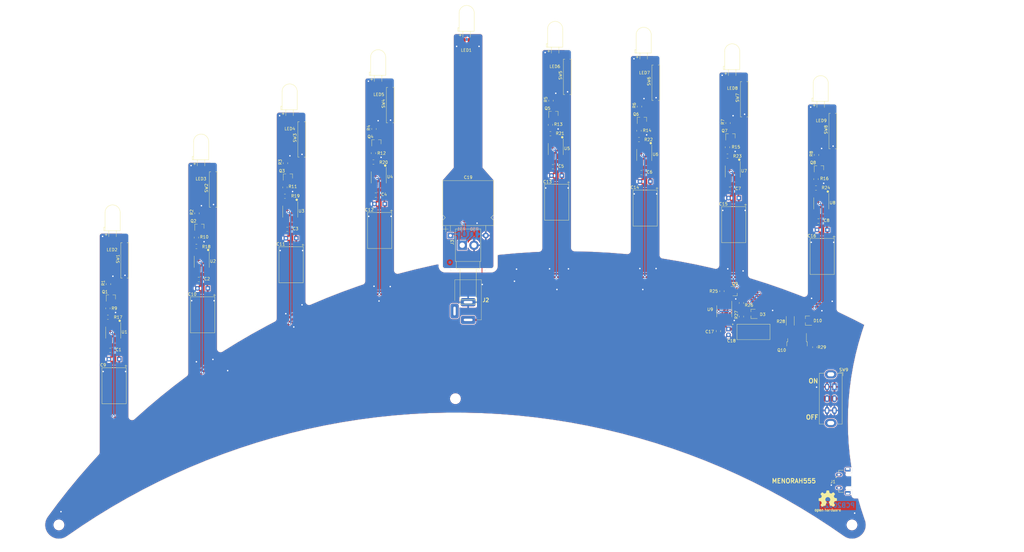
<source format=kicad_pcb>
(kicad_pcb (version 20171130) (host pcbnew 5.1.12-84ad8e8a86~92~ubuntu20.04.1)
  (title_block (title Menorah555) (date 2021-11-16) (rev A))
  (layers (0 F.Cu signal) (31 B.Cu signal) (34 B.Paste user) (35 F.Paste user) (36 B.SilkS user) (37 F.SilkS user) (38 B.Mask user) (39 F.Mask user) (44 Edge.Cuts user))
  (net 0 "")
  (net 1 GND)
  (net 2 +5V)
  (net 3 "Net-(C7-Pad1)")
  (net 4 "Net-(Q5-Pad1)")
  (net 5 "Net-(Q4-Pad1)")
  (net 6 "Net-(Q6-Pad1)")
  (net 7 "Net-(R11-Pad1)")
  (net 8 "Net-(R12-Pad1)")
  (net 9 "Net-(C1-Pad1)")
  (net 10 "Net-(C2-Pad1)")
  (net 11 "Net-(C5-Pad1)")
  (net 12 "Net-(C6-Pad1)")
  (net 13 "Net-(C19-Pad1)")
  (net 14 "Net-(D3-Pad2)")
  (net 15 "Net-(D10-Pad3)")
  (net 16 "Net-(D10-Pad2)")
  (net 17 "Net-(D10-Pad1)")
  (net 18 "Net-(J1-Pad4)")
  (net 19 "Net-(J1-Pad3)")
  (net 20 "Net-(J1-Pad2)")
  (net 21 /V5_IN)
  (net 22 "Net-(Q1-Pad1)")
  (net 23 /RST_N)
  (net 24 "Net-(Q2-Pad1)")
  (net 25 "Net-(Q3-Pad1)")
  (net 26 "Net-(Q7-Pad1)")
  (net 27 "Net-(Q8-Pad1)")
  (net 28 "Net-(Q9-Pad1)")
  (net 29 "Net-(U1-Pad7)")
  (net 30 "Net-(U2-Pad7)")
  (net 31 "Net-(U3-Pad7)")
  (net 32 "Net-(U4-Pad7)")
  (net 33 "Net-(U5-Pad7)")
  (net 34 "Net-(U6-Pad7)")
  (net 35 "Net-(U7-Pad7)")
  (net 36 "Net-(U8-Pad7)")
  (net 37 "Net-(U9-Pad7)")
  (net 38 "Net-(Q10-Pad3)")
  (net 39 "Net-(LED1-Pad2)")
  (net 40 "Net-(LED2-Pad2)")
  (net 41 "Net-(LED2-Pad1)")
  (net 42 "Net-(LED3-Pad1)")
  (net 43 "Net-(LED3-Pad2)")
  (net 44 "Net-(LED4-Pad1)")
  (net 45 "Net-(LED4-Pad2)")
  (net 46 "Net-(LED5-Pad2)")
  (net 47 "Net-(LED5-Pad1)")
  (net 48 "Net-(LED6-Pad1)")
  (net 49 "Net-(LED6-Pad2)")
  (net 50 "Net-(LED7-Pad2)")
  (net 51 "Net-(LED7-Pad1)")
  (net 52 "Net-(LED8-Pad2)")
  (net 53 "Net-(LED8-Pad1)")
  (net 54 "Net-(LED9-Pad1)")
  (net 55 "Net-(LED9-Pad2)")
  (net 56 /SHLD)
  (net 57 "Net-(R9-Pad1)")
  (net 58 "Net-(R10-Pad1)")
  (net 59 "Net-(R13-Pad1)")
  (net 60 "Net-(R14-Pad1)")
  (net 61 "Net-(R15-Pad1)")
  (net 62 "Net-(R16-Pad1)")
  (net 63 "Net-(R25-Pad2)")
  (net 64 "Net-(C3-Pad1)")
  (net 65 "Net-(C4-Pad1)")
  (net 66 "Net-(C8-Pad1)")
  (net 67 "Net-(C17-Pad1)")
  (net 68 "Net-(C18-Pad1)")
  (net 69 "Net-(J2-Pad3)")
  (module 0_my_footprints:KobiConn_173-5521TIP-EX_power_plug (layer F.Cu) (at 200.5 125.2 90)
    (fp_text reference J3 (at 1 -5.4 90) (layer F.SilkS))
    (fp_text value Plug5.5x2.1)
    (pad 2 thru_hole oval (at 0 2 90) (size 3.2 3.2) (drill 1.8) (layers *.Cu *.Mask) (net 1 GND))
    (pad 1 thru_hole rect (at 0 -2 90) (size 3.2 3.2) (drill 1.8) (layers *.Cu *.Mask) (net 13 "Net-(C19-Pad1)"))
  )
  (module 0_my_footprints:CP_Supercap_DGH504Q5R5_Horizontal (layer F.Cu) (at 200.5 121.9 90)
    (fp_text reference C19 (at 19.7 0 180) (layer F.SilkS))
    (fp_text value "0.5F 5.5V")
    (pad 2 thru_hole oval (at 0 6 90) (size 2 2) (drill 1) (layers *.Cu *.Mask) (net 1 GND))
    (pad 1 thru_hole rect (at 0 -6 90) (size 2 2) (drill 1) (layers *.Cu *.Mask) (net 13 "Net-(C19-Pad1)"))
  )
  (module Package_TO_SOT_SMD:TO-252-2 (layer F.Cu) (at 311.98 160.36 270)
    (fp_text reference Q10 (at 0.4 5.2 180) (layer F.SilkS))
    (fp_text value MJD31)
    (pad 2 smd rect (at 2.1 0 270) (size 6.4 5.8) (layers F.Cu F.Mask) (net 2 +5V))
    (pad 3 smd rect (at -4.2 2.28 270) (size 2.2 1.2) (layers F.Cu F.Paste F.Mask) (net 38 "Net-(Q10-Pad3)"))
    (pad 1 smd rect (at -4.2 -2.28 270) (size 2.2 1.2) (layers F.Cu F.Paste F.Mask) (net 17 "Net-(D10-Pad1)"))
  )
  (module Resistor_SMD:R_0805_2012Metric (layer F.Cu) (at 293.12 144.77 270)
    (fp_text reference R26 (at 0.73 -2.58 180) (layer F.SilkS))
    (fp_text value 10k)
    (pad 2 smd roundrect (at 0.9125 0 270) (size 1.025 1.4) (layers F.Cu F.Paste F.Mask) (roundrect_rratio 0.2439004878048781) (net 2 +5V))
    (pad 1 smd roundrect (at -0.9125 0 270) (size 1.025 1.4) (layers F.Cu F.Paste F.Mask) (roundrect_rratio 0.2439004878048781) (net 23 /RST_N))
  )
  (module MountingHole:MountingHole_3.2mm_M3 (layer F.Cu) (at 330.6 220)
    (fp_text reference H3 hide)
    (fp_text value "Hole 3.2mm")
    (pad 1 np_thru_hole circle (at 0 0) (size 3.2 3.2) (drill 3.2) (layers *.Cu *.Mask))
  )
  (module MountingHole:MountingHole_3.2mm_M3 (layer F.Cu) (at 196.2 177.2)
    (fp_text reference H2 hide)
    (fp_text value "Hole 3.2mm")
    (pad 1 np_thru_hole circle (at 0 0) (size 3.2 3.2) (drill 3.2) (layers *.Cu *.Mask))
  )
  (module MountingHole:MountingHole_3.2mm_M3 (layer F.Cu) (at 61.8 220)
    (fp_text reference H1 hide)
    (fp_text value "Hole 3.2mm")
    (pad 1 np_thru_hole circle (at 0 0) (size 3.2 3.2) (drill 3.2) (layers *.Cu *.Mask))
  )
  (module Fiducial:Fiducial_1mm_Mask2mm (layer B.Cu) (at 194.31 131.01)
    (fp_text reference FID4 hide)
    (fp_text value Fiducial hide)
    (pad "" smd circle (at 0 0) (size 1 1) (layers B.Cu B.Mask) (clearance 0.5))
  )
  (module Fiducial:Fiducial_1mm_Mask2mm (layer B.Cu) (at 200.01 55.46)
    (fp_text reference FID3 hide)
    (fp_text value Fiducial hide)
    (pad "" smd circle (at 0 0) (size 1 1) (layers B.Cu B.Mask) (clearance 0.5))
  )
  (module 0_my_footprints:LED_D5.0mm_Horizontal_SMT_O3.81mm_Z3.0mm (layer F.Cu) (at 230 61.8 180)
    (fp_text reference LED6 (at 0.11 -2.82) (layer F.SilkS))
    (fp_text value "Y FLCKR LED")
    (pad 1 smd roundrect (at -1.27 0 180) (size 1.8 3) (layers F.Cu F.Paste F.Mask) (net 48 "Net-(LED6-Pad1)"))
    (pad 2 smd roundrect (at 1.27 0 180) (size 1.8 3) (layers F.Cu F.Paste F.Mask) (net 49 "Net-(LED6-Pad2)"))
  )
  (module Capacitor_SMD:C_0805_2012Metric (layer F.Cu) (at 259.2 100.6)
    (fp_text reference C6 (at 2.8 -0.2) (layer F.SilkS))
    (fp_text value 10nF)
    (pad 2 smd roundrect (at 0.95 0) (size 1 1.45) (layers F.Cu F.Paste F.Mask) (net 1 GND))
    (pad 1 smd roundrect (at -0.95 0) (size 1 1.45) (layers F.Cu F.Paste F.Mask) (net 12 "Net-(C6-Pad1)"))
  )
  (module Resistor_SMD:R_0805_2012Metric (layer F.Cu) (at 228.6 76.2 270)
    (fp_text reference R5 (at -0.4 1.8 90) (layer F.SilkS))
    (fp_text value 330)
    (pad 1 smd roundrect (at -0.9125 0 270) (size 1.025 1.4) (layers F.Cu F.Paste F.Mask) (roundrect_rratio 0.2439004878048781) (net 49 "Net-(LED6-Pad2)"))
    (pad 2 smd roundrect (at 0.9125 0 270) (size 1.025 1.4) (layers F.Cu F.Paste F.Mask) (roundrect_rratio 0.2439004878048781) (net 2 +5V))
  )
  (module Package_TO_SOT_SMD:SOT-23 (layer F.Cu) (at 319.4 99 90)
    (fp_text reference Q8 (at 1.8 -2 180) (layer F.SilkS))
    (fp_text value MMBT3904)
    (pad 1 smd rect (at -1 -0.95 90) (size 0.9 0.8) (layers F.Cu F.Paste F.Mask) (net 27 "Net-(Q8-Pad1)"))
    (pad 2 smd rect (at -1 0.95 90) (size 0.9 0.8) (layers F.Cu F.Paste F.Mask) (net 1 GND))
    (pad 3 smd rect (at 1 0 90) (size 0.9 0.8) (layers F.Cu F.Paste F.Mask) (net 54 "Net-(LED9-Pad1)"))
  )
  (module Resistor_SMD:R_0805_2012Metric (layer F.Cu) (at 318.6 94.6 270)
    (fp_text reference R8 (at -0.4 1.8 90) (layer F.SilkS))
    (fp_text value 330)
    (pad 1 smd roundrect (at -0.9125 0 270) (size 1.025 1.4) (layers F.Cu F.Paste F.Mask) (roundrect_rratio 0.2439004878048781) (net 55 "Net-(LED9-Pad2)"))
    (pad 2 smd roundrect (at 0.9125 0 270) (size 1.025 1.4) (layers F.Cu F.Paste F.Mask) (roundrect_rratio 0.2439004878048781) (net 2 +5V))
  )
  (module 0_my_footprints:SW_SPST_REED_59170-1-S-00-D (layer F.Cu) (at 324.1 86.525 90)
    (fp_text reference SW8 (at 0.525 -2.3 90) (layer F.SilkS))
    (fp_text value SW_Reed)
    (pad 1 smd rect (at -7.43 0 90) (size 2.03 1.14) (layers F.Cu F.Paste F.Mask) (net 54 "Net-(LED9-Pad1)"))
    (pad 2 smd rect (at 7.43 0 90) (size 2.03 1.14) (layers F.Cu F.Paste F.Mask) (net 1 GND))
  )
  (module Resistor_SMD:R_0805_2012Metric (layer F.Cu) (at 258.6 78.2 270)
    (fp_text reference R6 (at -0.4 1.8 90) (layer F.SilkS))
    (fp_text value 330)
    (pad 2 smd roundrect (at 0.9125 0 270) (size 1.025 1.4) (layers F.Cu F.Paste F.Mask) (roundrect_rratio 0.2439004878048781) (net 2 +5V))
    (pad 1 smd roundrect (at -0.9125 0 270) (size 1.025 1.4) (layers F.Cu F.Paste F.Mask) (roundrect_rratio 0.2439004878048781) (net 50 "Net-(LED7-Pad2)"))
  )
  (module Resistor_SMD:R_0805_2012Metric (layer F.Cu) (at 288.4 92 90)
    (fp_text reference R15 (at 0.1 1.3 180) (layer F.SilkS) (effects (justify left)))
    (fp_text value 4.7k)
    (pad 2 smd roundrect (at 0.9125 0 90) (size 1.025 1.4) (layers F.Cu F.Paste F.Mask) (roundrect_rratio 0.2439004878048781) (net 26 "Net-(Q7-Pad1)"))
    (pad 1 smd roundrect (at -0.9125 0 90) (size 1.025 1.4) (layers F.Cu F.Paste F.Mask) (roundrect_rratio 0.2439004878048781) (net 61 "Net-(R15-Pad1)"))
  )
  (module 0_my_footprints:LED_D5.0mm_Horizontal_SMT_O3.81mm_Z3.0mm (layer F.Cu) (at 320 80.2 180)
    (fp_text reference LED9 (at -0.18 -2.77) (layer F.SilkS))
    (fp_text value "Y FLCKR LED")
    (pad 1 smd roundrect (at -1.27 0 180) (size 1.8 3) (layers F.Cu F.Paste F.Mask) (net 54 "Net-(LED9-Pad1)"))
    (pad 2 smd roundrect (at 1.27 0 180) (size 1.8 3) (layers F.Cu F.Paste F.Mask) (net 55 "Net-(LED9-Pad2)"))
  )
  (module Package_SO:SOIC-8_3.9x4.9mm_P1.27mm (layer F.Cu) (at 320.2 111 270)
    (fp_text reference U8 (at -0.2 -3.8 180) (layer F.SilkS))
    (fp_text value TLC555)
    (pad 1 smd roundrect (at -2.475 -1.905 270) (size 1.95 0.6) (layers F.Cu F.Paste F.Mask) (net 1 GND))
    (pad 2 smd roundrect (at -2.475 -0.635 270) (size 1.95 0.6) (layers F.Cu F.Paste F.Mask) (net 54 "Net-(LED9-Pad1)"))
    (pad 3 smd roundrect (at -2.475 0.635 270) (size 1.95 0.6) (layers F.Cu F.Paste F.Mask) (net 62 "Net-(R16-Pad1)"))
    (pad 4 smd roundrect (at -2.475 1.905 270) (size 1.95 0.6) (layers F.Cu F.Paste F.Mask) (net 23 /RST_N))
    (pad 5 smd roundrect (at 2.475 1.905 270) (size 1.95 0.6) (layers F.Cu F.Paste F.Mask) (net 66 "Net-(C8-Pad1)"))
    (pad 6 smd roundrect (at 2.475 0.635 270) (size 1.95 0.6) (layers F.Cu F.Paste F.Mask) (net 54 "Net-(LED9-Pad1)"))
    (pad 7 smd roundrect (at 2.475 -0.635 270) (size 1.95 0.6) (layers F.Cu F.Paste F.Mask) (net 36 "Net-(U8-Pad7)"))
    (pad 8 smd roundrect (at 2.475 -1.905 270) (size 1.95 0.6) (layers F.Cu F.Paste F.Mask) (net 2 +5V))
  )
  (module 0_my_footprints:SW_SPST_REED_59170-1-S-00-D (layer F.Cu) (at 294.1 75.725 90)
    (fp_text reference SW7 (at 0.525 -2.3 90) (layer F.SilkS))
    (fp_text value SW_Reed)
    (pad 2 smd rect (at 7.43 0 90) (size 2.03 1.14) (layers F.Cu F.Paste F.Mask) (net 1 GND))
    (pad 1 smd rect (at -7.43 0 90) (size 2.03 1.14) (layers F.Cu F.Paste F.Mask) (net 53 "Net-(LED8-Pad1)"))
  )
  (module Package_SO:SOIC-8_3.9x4.9mm_P1.27mm (layer F.Cu) (at 290.2 100.2 270)
    (fp_text reference U7 (at -0.2 -3.8 180) (layer F.SilkS))
    (fp_text value TLC555)
    (pad 8 smd roundrect (at 2.475 -1.905 270) (size 1.95 0.6) (layers F.Cu F.Paste F.Mask) (net 2 +5V))
    (pad 7 smd roundrect (at 2.475 -0.635 270) (size 1.95 0.6) (layers F.Cu F.Paste F.Mask) (net 35 "Net-(U7-Pad7)"))
    (pad 6 smd roundrect (at 2.475 0.635 270) (size 1.95 0.6) (layers F.Cu F.Paste F.Mask) (net 53 "Net-(LED8-Pad1)"))
    (pad 5 smd roundrect (at 2.475 1.905 270) (size 1.95 0.6) (layers F.Cu F.Paste F.Mask) (net 3 "Net-(C7-Pad1)"))
    (pad 4 smd roundrect (at -2.475 1.905 270) (size 1.95 0.6) (layers F.Cu F.Paste F.Mask) (net 23 /RST_N))
    (pad 3 smd roundrect (at -2.475 0.635 270) (size 1.95 0.6) (layers F.Cu F.Paste F.Mask) (net 61 "Net-(R15-Pad1)"))
    (pad 2 smd roundrect (at -2.475 -0.635 270) (size 1.95 0.6) (layers F.Cu F.Paste F.Mask) (net 53 "Net-(LED8-Pad1)"))
    (pad 1 smd roundrect (at -2.475 -1.905 270) (size 1.95 0.6) (layers F.Cu F.Paste F.Mask) (net 1 GND))
  )
  (module Resistor_SMD:R_0805_2012Metric (layer F.Cu) (at 228.4 87.4 180)
    (fp_text reference R21 (at -1.7 0.1) (layer F.SilkS) (effects (justify left)))
    (fp_text value 10k)
    (pad 1 smd roundrect (at -0.9125 0 180) (size 1.025 1.4) (layers F.Cu F.Paste F.Mask) (roundrect_rratio 0.2439004878048781) (net 48 "Net-(LED6-Pad1)"))
    (pad 2 smd roundrect (at 0.9125 0 180) (size 1.025 1.4) (layers F.Cu F.Paste F.Mask) (roundrect_rratio 0.2439004878048781) (net 2 +5V))
  )
  (module Capacitor_SMD:C_0805_2012Metric (layer F.Cu) (at 229.2 98.6)
    (fp_text reference C5 (at 2.8 -0.2) (layer F.SilkS))
    (fp_text value 10nF)
    (pad 1 smd roundrect (at -0.95 0) (size 1 1.45) (layers F.Cu F.Paste F.Mask) (net 11 "Net-(C5-Pad1)"))
    (pad 2 smd roundrect (at 0.95 0) (size 1 1.45) (layers F.Cu F.Paste F.Mask) (net 1 GND))
  )
  (module Package_TO_SOT_SMD:SOT-23 (layer F.Cu) (at 259.4 82.6 90)
    (fp_text reference Q6 (at 1.8 -2 180) (layer F.SilkS))
    (fp_text value MMBT3904)
    (pad 3 smd rect (at 1 0 90) (size 0.9 0.8) (layers F.Cu F.Paste F.Mask) (net 51 "Net-(LED7-Pad1)"))
    (pad 2 smd rect (at -1 0.95 90) (size 0.9 0.8) (layers F.Cu F.Paste F.Mask) (net 1 GND))
    (pad 1 smd rect (at -1 -0.95 90) (size 0.9 0.8) (layers F.Cu F.Paste F.Mask) (net 6 "Net-(Q6-Pad1)"))
  )
  (module Capacitor_SMD:C_0805_2012Metric (layer F.Cu) (at 319.2 117)
    (fp_text reference C8 (at 2.8 -0.2) (layer F.SilkS))
    (fp_text value 10nF)
    (pad 1 smd roundrect (at -0.95 0) (size 1 1.45) (layers F.Cu F.Paste F.Mask) (net 66 "Net-(C8-Pad1)"))
    (pad 2 smd roundrect (at 0.95 0) (size 1 1.45) (layers F.Cu F.Paste F.Mask) (net 1 GND))
  )
  (module 0_my_footprints:LED_D5.0mm_Horizontal_SMT_O3.81mm_Z3.0mm (layer F.Cu) (at 260 63.8 180)
    (fp_text reference LED7 (at -0.26 -2.93) (layer F.SilkS))
    (fp_text value "Y FLCKR LED")
    (pad 2 smd roundrect (at 1.27 0 180) (size 1.8 3) (layers F.Cu F.Paste F.Mask) (net 50 "Net-(LED7-Pad2)"))
    (pad 1 smd roundrect (at -1.27 0 180) (size 1.8 3) (layers F.Cu F.Paste F.Mask) (net 51 "Net-(LED7-Pad1)"))
  )
  (module Resistor_SMD:R_0805_2012Metric (layer F.Cu) (at 258.4 86.4 90)
    (fp_text reference R14 (at 0.1 1.2 180) (layer F.SilkS) (effects (justify left)))
    (fp_text value 4.7k)
    (pad 2 smd roundrect (at 0.9125 0 90) (size 1.025 1.4) (layers F.Cu F.Paste F.Mask) (roundrect_rratio 0.2439004878048781) (net 6 "Net-(Q6-Pad1)"))
    (pad 1 smd roundrect (at -0.9125 0 90) (size 1.025 1.4) (layers F.Cu F.Paste F.Mask) (roundrect_rratio 0.2439004878048781) (net 60 "Net-(R14-Pad1)"))
  )
  (module 0_my_footprints:SW_SPST_REED_59170-1-S-00-D (layer F.Cu) (at 264.1 70.125 90)
    (fp_text reference SW6 (at 0.525 -2.3 90) (layer F.SilkS))
    (fp_text value SW_Reed)
    (pad 2 smd rect (at 7.43 0 90) (size 2.03 1.14) (layers F.Cu F.Paste F.Mask) (net 1 GND))
    (pad 1 smd rect (at -7.43 0 90) (size 2.03 1.14) (layers F.Cu F.Paste F.Mask) (net 51 "Net-(LED7-Pad1)"))
  )
  (module 0_my_footprints:LED_D5.0mm_Horizontal_SMT_O3.81mm_Z3.0mm (layer F.Cu) (at 290 69.4 180)
    (fp_text reference LED8 (at -0.06 -2.58) (layer F.SilkS))
    (fp_text value "Y FLCKR LED")
    (pad 2 smd roundrect (at 1.27 0 180) (size 1.8 3) (layers F.Cu F.Paste F.Mask) (net 52 "Net-(LED8-Pad2)"))
    (pad 1 smd roundrect (at -1.27 0 180) (size 1.8 3) (layers F.Cu F.Paste F.Mask) (net 53 "Net-(LED8-Pad1)"))
  )
  (module Package_SO:SOIC-8_3.9x4.9mm_P1.27mm (layer F.Cu) (at 230.2 92.6 270)
    (fp_text reference U5 (at -0.2 -3.8 180) (layer F.SilkS))
    (fp_text value TLC555)
    (pad 1 smd roundrect (at -2.475 -1.905 270) (size 1.95 0.6) (layers F.Cu F.Paste F.Mask) (net 1 GND))
    (pad 2 smd roundrect (at -2.475 -0.635 270) (size 1.95 0.6) (layers F.Cu F.Paste F.Mask) (net 48 "Net-(LED6-Pad1)"))
    (pad 3 smd roundrect (at -2.475 0.635 270) (size 1.95 0.6) (layers F.Cu F.Paste F.Mask) (net 59 "Net-(R13-Pad1)"))
    (pad 4 smd roundrect (at -2.475 1.905 270) (size 1.95 0.6) (layers F.Cu F.Paste F.Mask) (net 23 /RST_N))
    (pad 5 smd roundrect (at 2.475 1.905 270) (size 1.95 0.6) (layers F.Cu F.Paste F.Mask) (net 11 "Net-(C5-Pad1)"))
    (pad 6 smd roundrect (at 2.475 0.635 270) (size 1.95 0.6) (layers F.Cu F.Paste F.Mask) (net 48 "Net-(LED6-Pad1)"))
    (pad 7 smd roundrect (at 2.475 -0.635 270) (size 1.95 0.6) (layers F.Cu F.Paste F.Mask) (net 33 "Net-(U5-Pad7)"))
    (pad 8 smd roundrect (at 2.475 -1.905 270) (size 1.95 0.6) (layers F.Cu F.Paste F.Mask) (net 2 +5V))
  )
  (module Package_TO_SOT_SMD:SOT-23 (layer F.Cu) (at 229.4 80.6 90)
    (fp_text reference Q5 (at 1.8 -2 180) (layer F.SilkS))
    (fp_text value MMBT3904)
    (pad 1 smd rect (at -1 -0.95 90) (size 0.9 0.8) (layers F.Cu F.Paste F.Mask) (net 4 "Net-(Q5-Pad1)"))
    (pad 2 smd rect (at -1 0.95 90) (size 0.9 0.8) (layers F.Cu F.Paste F.Mask) (net 1 GND))
    (pad 3 smd rect (at 1 0 90) (size 0.9 0.8) (layers F.Cu F.Paste F.Mask) (net 48 "Net-(LED6-Pad1)"))
  )
  (module Resistor_SMD:R_0805_2012Metric (layer F.Cu) (at 318.4 105.8 180)
    (fp_text reference R24 (at -1.8 0.1) (layer F.SilkS) (effects (justify left)))
    (fp_text value 10k)
    (pad 1 smd roundrect (at -0.9125 0 180) (size 1.025 1.4) (layers F.Cu F.Paste F.Mask) (roundrect_rratio 0.2439004878048781) (net 54 "Net-(LED9-Pad1)"))
    (pad 2 smd roundrect (at 0.9125 0 180) (size 1.025 1.4) (layers F.Cu F.Paste F.Mask) (roundrect_rratio 0.2439004878048781) (net 2 +5V))
  )
  (module Capacitor_SMD:C_0805_2012Metric (layer F.Cu) (at 289.2 106.2)
    (fp_text reference C7 (at 2.8 -0.2) (layer F.SilkS))
    (fp_text value 10nF)
    (pad 2 smd roundrect (at 0.95 0) (size 1 1.45) (layers F.Cu F.Paste F.Mask) (net 1 GND))
    (pad 1 smd roundrect (at -0.95 0) (size 1 1.45) (layers F.Cu F.Paste F.Mask) (net 3 "Net-(C7-Pad1)"))
  )
  (module 0_my_footprints:CP_Radial_Horizontal_D8.0mm_L12.0mm_P3.50mm (layer F.Cu) (at 230.5 101.6 180)
    (fp_text reference C13 (at 3.1 -2.1) (layer F.SilkS))
    (fp_text value 10uF)
    (pad 1 thru_hole rect (at -1.75 0 180) (size 1.6 1.6) (drill 0.8) (layers *.Cu *.Mask) (net 2 +5V))
    (pad 2 thru_hole circle (at 1.75 0 180) (size 1.6 1.6) (drill 0.8) (layers *.Cu *.Mask) (net 1 GND))
  )
  (module Package_SO:SOIC-8_3.9x4.9mm_P1.27mm (layer F.Cu) (at 260.2 94.6 270)
    (fp_text reference U6 (at -0.2 -3.8 180) (layer F.SilkS))
    (fp_text value TLC555)
    (pad 8 smd roundrect (at 2.475 -1.905 270) (size 1.95 0.6) (layers F.Cu F.Paste F.Mask) (net 2 +5V))
    (pad 7 smd roundrect (at 2.475 -0.635 270) (size 1.95 0.6) (layers F.Cu F.Paste F.Mask) (net 34 "Net-(U6-Pad7)"))
    (pad 6 smd roundrect (at 2.475 0.635 270) (size 1.95 0.6) (layers F.Cu F.Paste F.Mask) (net 51 "Net-(LED7-Pad1)"))
    (pad 5 smd roundrect (at 2.475 1.905 270) (size 1.95 0.6) (layers F.Cu F.Paste F.Mask) (net 12 "Net-(C6-Pad1)"))
    (pad 4 smd roundrect (at -2.475 1.905 270) (size 1.95 0.6) (layers F.Cu F.Paste F.Mask) (net 23 /RST_N))
    (pad 3 smd roundrect (at -2.475 0.635 270) (size 1.95 0.6) (layers F.Cu F.Paste F.Mask) (net 60 "Net-(R14-Pad1)"))
    (pad 2 smd roundrect (at -2.475 -0.635 270) (size 1.95 0.6) (layers F.Cu F.Paste F.Mask) (net 51 "Net-(LED7-Pad1)"))
    (pad 1 smd roundrect (at -2.475 -1.905 270) (size 1.95 0.6) (layers F.Cu F.Paste F.Mask) (net 1 GND))
  )
  (module Resistor_SMD:R_0805_2012Metric (layer F.Cu) (at 228.4 84.4 90)
    (fp_text reference R13 (at 0.2 1.1 180) (layer F.SilkS) (effects (justify left)))
    (fp_text value 4.7k)
    (pad 1 smd roundrect (at -0.9125 0 90) (size 1.025 1.4) (layers F.Cu F.Paste F.Mask) (roundrect_rratio 0.2439004878048781) (net 59 "Net-(R13-Pad1)"))
    (pad 2 smd roundrect (at 0.9125 0 90) (size 1.025 1.4) (layers F.Cu F.Paste F.Mask) (roundrect_rratio 0.2439004878048781) (net 4 "Net-(Q5-Pad1)"))
  )
  (module 0_my_footprints:CP_Radial_Horizontal_D8.0mm_L12.0mm_P3.50mm (layer F.Cu) (at 320.5 120 180)
    (fp_text reference C16 (at 3.5 -2) (layer F.SilkS))
    (fp_text value 10uF)
    (pad 1 thru_hole rect (at -1.75 0 180) (size 1.6 1.6) (drill 0.8) (layers *.Cu *.Mask) (net 2 +5V))
    (pad 2 thru_hole circle (at 1.75 0 180) (size 1.6 1.6) (drill 0.8) (layers *.Cu *.Mask) (net 1 GND))
  )
  (module 0_my_footprints:CP_Radial_Horizontal_D8.0mm_L12.0mm_P3.50mm (layer F.Cu) (at 260.5 103.6 180)
    (fp_text reference C14 (at 3.5 -2) (layer F.SilkS))
    (fp_text value 10uF)
    (pad 2 thru_hole circle (at 1.75 0 180) (size 1.6 1.6) (drill 0.8) (layers *.Cu *.Mask) (net 1 GND))
    (pad 1 thru_hole rect (at -1.75 0 180) (size 1.6 1.6) (drill 0.8) (layers *.Cu *.Mask) (net 2 +5V))
  )
  (module Resistor_SMD:R_0805_2012Metric (layer F.Cu) (at 258.4 89.4 180)
    (fp_text reference R22 (at -1.7 0) (layer F.SilkS) (effects (justify left)))
    (fp_text value 10k)
    (pad 2 smd roundrect (at 0.9125 0 180) (size 1.025 1.4) (layers F.Cu F.Paste F.Mask) (roundrect_rratio 0.2439004878048781) (net 2 +5V))
    (pad 1 smd roundrect (at -0.9125 0 180) (size 1.025 1.4) (layers F.Cu F.Paste F.Mask) (roundrect_rratio 0.2439004878048781) (net 51 "Net-(LED7-Pad1)"))
  )
  (module 0_my_footprints:CP_Radial_Horizontal_D8.0mm_L12.0mm_P3.50mm (layer F.Cu) (at 290.5 109.2 180)
    (fp_text reference C15 (at 3.5 -2) (layer F.SilkS))
    (fp_text value 10uF)
    (pad 2 thru_hole circle (at 1.75 0 180) (size 1.6 1.6) (drill 0.8) (layers *.Cu *.Mask) (net 1 GND))
    (pad 1 thru_hole rect (at -1.75 0 180) (size 1.6 1.6) (drill 0.8) (layers *.Cu *.Mask) (net 2 +5V))
  )
  (module Resistor_SMD:R_0805_2012Metric (layer F.Cu) (at 288.4 95 180)
    (fp_text reference R23 (at -1.8 0) (layer F.SilkS) (effects (justify left)))
    (fp_text value 10k)
    (pad 2 smd roundrect (at 0.9125 0 180) (size 1.025 1.4) (layers F.Cu F.Paste F.Mask) (roundrect_rratio 0.2439004878048781) (net 2 +5V))
    (pad 1 smd roundrect (at -0.9125 0 180) (size 1.025 1.4) (layers F.Cu F.Paste F.Mask) (roundrect_rratio 0.2439004878048781) (net 53 "Net-(LED8-Pad1)"))
  )
  (module Package_TO_SOT_SMD:SOT-23 (layer F.Cu) (at 289.4 88.2 90)
    (fp_text reference Q7 (at 1.8 -2 180) (layer F.SilkS))
    (fp_text value MMBT3904)
    (pad 3 smd rect (at 1 0 90) (size 0.9 0.8) (layers F.Cu F.Paste F.Mask) (net 53 "Net-(LED8-Pad1)"))
    (pad 2 smd rect (at -1 0.95 90) (size 0.9 0.8) (layers F.Cu F.Paste F.Mask) (net 1 GND))
    (pad 1 smd rect (at -1 -0.95 90) (size 0.9 0.8) (layers F.Cu F.Paste F.Mask) (net 26 "Net-(Q7-Pad1)"))
  )
  (module Resistor_SMD:R_0805_2012Metric (layer F.Cu) (at 318.4 102.8 90)
    (fp_text reference R16 (at 0.2 1.3 180) (layer F.SilkS) (effects (justify left)))
    (fp_text value 4.7k)
    (pad 1 smd roundrect (at -0.9125 0 90) (size 1.025 1.4) (layers F.Cu F.Paste F.Mask) (roundrect_rratio 0.2439004878048781) (net 62 "Net-(R16-Pad1)"))
    (pad 2 smd roundrect (at 0.9125 0 90) (size 1.025 1.4) (layers F.Cu F.Paste F.Mask) (roundrect_rratio 0.2439004878048781) (net 27 "Net-(Q8-Pad1)"))
  )
  (module Resistor_SMD:R_0805_2012Metric (layer F.Cu) (at 288.6 83.8 270)
    (fp_text reference R7 (at -0.4 1.8 90) (layer F.SilkS))
    (fp_text value 330)
    (pad 2 smd roundrect (at 0.9125 0 270) (size 1.025 1.4) (layers F.Cu F.Paste F.Mask) (roundrect_rratio 0.2439004878048781) (net 2 +5V))
    (pad 1 smd roundrect (at -0.9125 0 270) (size 1.025 1.4) (layers F.Cu F.Paste F.Mask) (roundrect_rratio 0.2439004878048781) (net 52 "Net-(LED8-Pad2)"))
  )
  (module 0_my_footprints:SW_SPST_REED_59170-1-S-00-D (layer F.Cu) (at 234.1 68.125 90)
    (fp_text reference SW5 (at 0.525 -2.3 90) (layer F.SilkS))
    (fp_text value SW_Reed)
    (pad 1 smd rect (at -7.43 0 90) (size 2.03 1.14) (layers F.Cu F.Paste F.Mask) (net 48 "Net-(LED6-Pad1)"))
    (pad 2 smd rect (at 7.43 0 90) (size 2.03 1.14) (layers F.Cu F.Paste F.Mask) (net 1 GND))
  )
  (module Resistor_SMD:R_0805_2012Metric (layer F.Cu) (at 168.4 94 90)
    (fp_text reference R12 (at 0 1.2 180) (layer F.SilkS) (effects (justify left)))
    (fp_text value 4.7k)
    (pad 2 smd roundrect (at 0.9125 0 90) (size 1.025 1.4) (layers F.Cu F.Paste F.Mask) (roundrect_rratio 0.2439004878048781) (net 5 "Net-(Q4-Pad1)"))
    (pad 1 smd roundrect (at -0.9125 0 90) (size 1.025 1.4) (layers F.Cu F.Paste F.Mask) (roundrect_rratio 0.2439004878048781) (net 8 "Net-(R12-Pad1)"))
  )
  (module 0_my_footprints:SW_SPST_REED_59170-1-S-00-D (layer F.Cu) (at 174.1 77.725 90)
    (fp_text reference SW4 (at 0.525 -2.3 90) (layer F.SilkS))
    (fp_text value SW_Reed)
    (pad 2 smd rect (at 7.43 0 90) (size 2.03 1.14) (layers F.Cu F.Paste F.Mask) (net 1 GND))
    (pad 1 smd rect (at -7.43 0 90) (size 2.03 1.14) (layers F.Cu F.Paste F.Mask) (net 47 "Net-(LED5-Pad1)"))
  )
  (module Package_SO:SOIC-8_3.9x4.9mm_P1.27mm (layer F.Cu) (at 170.2 102.2 270)
    (fp_text reference U4 (at -0.2 -3.8 180) (layer F.SilkS))
    (fp_text value TLC555)
    (pad 8 smd roundrect (at 2.475 -1.905 270) (size 1.95 0.6) (layers F.Cu F.Paste F.Mask) (net 2 +5V))
    (pad 7 smd roundrect (at 2.475 -0.635 270) (size 1.95 0.6) (layers F.Cu F.Paste F.Mask) (net 32 "Net-(U4-Pad7)"))
    (pad 6 smd roundrect (at 2.475 0.635 270) (size 1.95 0.6) (layers F.Cu F.Paste F.Mask) (net 47 "Net-(LED5-Pad1)"))
    (pad 5 smd roundrect (at 2.475 1.905 270) (size 1.95 0.6) (layers F.Cu F.Paste F.Mask) (net 65 "Net-(C4-Pad1)"))
    (pad 4 smd roundrect (at -2.475 1.905 270) (size 1.95 0.6) (layers F.Cu F.Paste F.Mask) (net 23 /RST_N))
    (pad 3 smd roundrect (at -2.475 0.635 270) (size 1.95 0.6) (layers F.Cu F.Paste F.Mask) (net 8 "Net-(R12-Pad1)"))
    (pad 2 smd roundrect (at -2.475 -0.635 270) (size 1.95 0.6) (layers F.Cu F.Paste F.Mask) (net 47 "Net-(LED5-Pad1)"))
    (pad 1 smd roundrect (at -2.475 -1.905 270) (size 1.95 0.6) (layers F.Cu F.Paste F.Mask) (net 1 GND))
  )
  (module 0_my_footprints:LED_D5.0mm_Horizontal_SMT_O3.81mm_Z3.0mm (layer F.Cu) (at 170 71.4 180)
    (fp_text reference LED5 (at -0.22 -2.72) (layer F.SilkS))
    (fp_text value "Y FLCKR LED")
    (pad 2 smd roundrect (at 1.27 0 180) (size 1.8 3) (layers F.Cu F.Paste F.Mask) (net 46 "Net-(LED5-Pad2)"))
    (pad 1 smd roundrect (at -1.27 0 180) (size 1.8 3) (layers F.Cu F.Paste F.Mask) (net 47 "Net-(LED5-Pad1)"))
  )
  (module Capacitor_SMD:C_0805_2012Metric (layer F.Cu) (at 169.2 108.2)
    (fp_text reference C4 (at 2.8 -0.2) (layer F.SilkS))
    (fp_text value 10nF)
    (pad 2 smd roundrect (at 0.95 0) (size 1 1.45) (layers F.Cu F.Paste F.Mask) (net 1 GND))
    (pad 1 smd roundrect (at -0.95 0) (size 1 1.45) (layers F.Cu F.Paste F.Mask) (net 65 "Net-(C4-Pad1)"))
  )
  (module 0_my_footprints:CP_Radial_Horizontal_D8.0mm_L12.0mm_P3.50mm (layer F.Cu) (at 170.5 111.2 180)
    (fp_text reference C12 (at 3.5 -2) (layer F.SilkS))
    (fp_text value 10uF)
    (pad 2 thru_hole circle (at 1.75 0 180) (size 1.6 1.6) (drill 0.8) (layers *.Cu *.Mask) (net 1 GND))
    (pad 1 thru_hole rect (at -1.75 0 180) (size 1.6 1.6) (drill 0.8) (layers *.Cu *.Mask) (net 2 +5V))
  )
  (module Resistor_SMD:R_0805_2012Metric (layer F.Cu) (at 168.4 97 180)
    (fp_text reference R20 (at -1.9 -0.1) (layer F.SilkS) (effects (justify left)))
    (fp_text value 10k)
    (pad 2 smd roundrect (at 0.9125 0 180) (size 1.025 1.4) (layers F.Cu F.Paste F.Mask) (roundrect_rratio 0.2439004878048781) (net 2 +5V))
    (pad 1 smd roundrect (at -0.9125 0 180) (size 1.025 1.4) (layers F.Cu F.Paste F.Mask) (roundrect_rratio 0.2439004878048781) (net 47 "Net-(LED5-Pad1)"))
  )
  (module Package_TO_SOT_SMD:SOT-23 (layer F.Cu) (at 169.4 90.2 90)
    (fp_text reference Q4 (at 1.8 -2 180) (layer F.SilkS))
    (fp_text value MMBT3904)
    (pad 3 smd rect (at 1 0 90) (size 0.9 0.8) (layers F.Cu F.Paste F.Mask) (net 47 "Net-(LED5-Pad1)"))
    (pad 2 smd rect (at -1 0.95 90) (size 0.9 0.8) (layers F.Cu F.Paste F.Mask) (net 1 GND))
    (pad 1 smd rect (at -1 -0.95 90) (size 0.9 0.8) (layers F.Cu F.Paste F.Mask) (net 5 "Net-(Q4-Pad1)"))
  )
  (module Resistor_SMD:R_0805_2012Metric (layer F.Cu) (at 168.6 85.8 270)
    (fp_text reference R4 (at -0.4 1.8 90) (layer F.SilkS))
    (fp_text value 330)
    (pad 2 smd roundrect (at 0.9125 0 270) (size 1.025 1.4) (layers F.Cu F.Paste F.Mask) (roundrect_rratio 0.2439004878048781) (net 2 +5V))
    (pad 1 smd roundrect (at -0.9125 0 270) (size 1.025 1.4) (layers F.Cu F.Paste F.Mask) (roundrect_rratio 0.2439004878048781) (net 46 "Net-(LED5-Pad2)"))
  )
  (module 0_my_footprints:LED_D5.0mm_Horizontal_SMT_O3.81mm_Z3.0mm (layer F.Cu) (at 140 83 180)
    (fp_text reference LED4 (at -0.07 -2.71) (layer F.SilkS))
    (fp_text value "Y FLCKR LED")
    (pad 1 smd roundrect (at -1.27 0 180) (size 1.8 3) (layers F.Cu F.Paste F.Mask) (net 44 "Net-(LED4-Pad1)"))
    (pad 2 smd roundrect (at 1.27 0 180) (size 1.8 3) (layers F.Cu F.Paste F.Mask) (net 45 "Net-(LED4-Pad2)"))
  )
  (module Resistor_SMD:R_0805_2012Metric (layer F.Cu) (at 138.6 97.4 270)
    (fp_text reference R3 (at -0.4 1.8 90) (layer F.SilkS))
    (fp_text value 330)
    (pad 1 smd roundrect (at -0.9125 0 270) (size 1.025 1.4) (layers F.Cu F.Paste F.Mask) (roundrect_rratio 0.2439004878048781) (net 45 "Net-(LED4-Pad2)"))
    (pad 2 smd roundrect (at 0.9125 0 270) (size 1.025 1.4) (layers F.Cu F.Paste F.Mask) (roundrect_rratio 0.2439004878048781) (net 2 +5V))
  )
  (module Resistor_SMD:R_0805_2012Metric (layer F.Cu) (at 138.4 108.6 180)
    (fp_text reference R19 (at -2 0.1) (layer F.SilkS) (effects (justify left)))
    (fp_text value 10k)
    (pad 1 smd roundrect (at -0.9125 0 180) (size 1.025 1.4) (layers F.Cu F.Paste F.Mask) (roundrect_rratio 0.2439004878048781) (net 44 "Net-(LED4-Pad1)"))
    (pad 2 smd roundrect (at 0.9125 0 180) (size 1.025 1.4) (layers F.Cu F.Paste F.Mask) (roundrect_rratio 0.2439004878048781) (net 2 +5V))
  )
  (module Capacitor_SMD:C_0805_2012Metric (layer F.Cu) (at 139.2 119.8)
    (fp_text reference C3 (at 2.8 -0.2) (layer F.SilkS))
    (fp_text value 10nF)
    (pad 1 smd roundrect (at -0.95 0) (size 1 1.45) (layers F.Cu F.Paste F.Mask) (net 64 "Net-(C3-Pad1)"))
    (pad 2 smd roundrect (at 0.95 0) (size 1 1.45) (layers F.Cu F.Paste F.Mask) (net 1 GND))
  )
  (module Package_SO:SOIC-8_3.9x4.9mm_P1.27mm (layer F.Cu) (at 140.2 113.8 270)
    (fp_text reference U3 (at -0.2 -3.8 180) (layer F.SilkS))
    (fp_text value TLC555)
    (pad 1 smd roundrect (at -2.475 -1.905 270) (size 1.95 0.6) (layers F.Cu F.Paste F.Mask) (net 1 GND))
    (pad 2 smd roundrect (at -2.475 -0.635 270) (size 1.95 0.6) (layers F.Cu F.Paste F.Mask) (net 44 "Net-(LED4-Pad1)"))
    (pad 3 smd roundrect (at -2.475 0.635 270) (size 1.95 0.6) (layers F.Cu F.Paste F.Mask) (net 7 "Net-(R11-Pad1)"))
    (pad 4 smd roundrect (at -2.475 1.905 270) (size 1.95 0.6) (layers F.Cu F.Paste F.Mask) (net 23 /RST_N))
    (pad 5 smd roundrect (at 2.475 1.905 270) (size 1.95 0.6) (layers F.Cu F.Paste F.Mask) (net 64 "Net-(C3-Pad1)"))
    (pad 6 smd roundrect (at 2.475 0.635 270) (size 1.95 0.6) (layers F.Cu F.Paste F.Mask) (net 44 "Net-(LED4-Pad1)"))
    (pad 7 smd roundrect (at 2.475 -0.635 270) (size 1.95 0.6) (layers F.Cu F.Paste F.Mask) (net 31 "Net-(U3-Pad7)"))
    (pad 8 smd roundrect (at 2.475 -1.905 270) (size 1.95 0.6) (layers F.Cu F.Paste F.Mask) (net 2 +5V))
  )
  (module Package_TO_SOT_SMD:SOT-23 (layer F.Cu) (at 139.4 101.8 90)
    (fp_text reference Q3 (at 1.8 -2 180) (layer F.SilkS))
    (fp_text value MMBT3904)
    (pad 1 smd rect (at -1 -0.95 90) (size 0.9 0.8) (layers F.Cu F.Paste F.Mask) (net 25 "Net-(Q3-Pad1)"))
    (pad 2 smd rect (at -1 0.95 90) (size 0.9 0.8) (layers F.Cu F.Paste F.Mask) (net 1 GND))
    (pad 3 smd rect (at 1 0 90) (size 0.9 0.8) (layers F.Cu F.Paste F.Mask) (net 44 "Net-(LED4-Pad1)"))
  )
  (module 0_my_footprints:CP_Radial_Horizontal_D8.0mm_L12.0mm_P3.50mm (layer F.Cu) (at 140.5 122.8 180)
    (fp_text reference C11 (at 3.5 -2) (layer F.SilkS))
    (fp_text value 10uF)
    (pad 1 thru_hole rect (at -1.75 0 180) (size 1.6 1.6) (drill 0.8) (layers *.Cu *.Mask) (net 2 +5V))
    (pad 2 thru_hole circle (at 1.75 0 180) (size 1.6 1.6) (drill 0.8) (layers *.Cu *.Mask) (net 1 GND))
  )
  (module Resistor_SMD:R_0805_2012Metric (layer F.Cu) (at 138.4 105.6 90)
    (fp_text reference R11 (at 0.3 1.1 180) (layer F.SilkS) (effects (justify left)))
    (fp_text value 4.7k)
    (pad 1 smd roundrect (at -0.9125 0 90) (size 1.025 1.4) (layers F.Cu F.Paste F.Mask) (roundrect_rratio 0.2439004878048781) (net 7 "Net-(R11-Pad1)"))
    (pad 2 smd roundrect (at 0.9125 0 90) (size 1.025 1.4) (layers F.Cu F.Paste F.Mask) (roundrect_rratio 0.2439004878048781) (net 25 "Net-(Q3-Pad1)"))
  )
  (module 0_my_footprints:SW_SPST_REED_59170-1-S-00-D (layer F.Cu) (at 144.1 89.325 90)
    (fp_text reference SW3 (at 0.525 -2.3 90) (layer F.SilkS))
    (fp_text value SW_Reed)
    (pad 1 smd rect (at -7.43 0 90) (size 2.03 1.14) (layers F.Cu F.Paste F.Mask) (net 44 "Net-(LED4-Pad1)"))
    (pad 2 smd rect (at 7.43 0 90) (size 2.03 1.14) (layers F.Cu F.Paste F.Mask) (net 1 GND))
  )
  (module 0_my_footprints:LED_D5.0mm_Horizontal_SMT_O3.81mm_Z3.0mm (layer F.Cu) (at 110 100 180)
    (fp_text reference LED3 (at 0.07 -2.68) (layer F.SilkS))
    (fp_text value "Y FLCKR LED")
    (pad 1 smd roundrect (at -1.27 0 180) (size 1.8 3) (layers F.Cu F.Paste F.Mask) (net 42 "Net-(LED3-Pad1)"))
    (pad 2 smd roundrect (at 1.27 0 180) (size 1.8 3) (layers F.Cu F.Paste F.Mask) (net 43 "Net-(LED3-Pad2)"))
  )
  (module Resistor_SMD:R_0805_2012Metric (layer F.Cu) (at 108.6 114.4 270)
    (fp_text reference R2 (at -0.4 1.8 90) (layer F.SilkS))
    (fp_text value 330)
    (pad 1 smd roundrect (at -0.9125 0 270) (size 1.025 1.4) (layers F.Cu F.Paste F.Mask) (roundrect_rratio 0.2439004878048781) (net 43 "Net-(LED3-Pad2)"))
    (pad 2 smd roundrect (at 0.9125 0 270) (size 1.025 1.4) (layers F.Cu F.Paste F.Mask) (roundrect_rratio 0.2439004878048781) (net 2 +5V))
  )
  (module Resistor_SMD:R_0805_2012Metric (layer F.Cu) (at 108.4 125.6 180)
    (fp_text reference R18 (at -1.8 -0.1) (layer F.SilkS) (effects (justify left)))
    (fp_text value 10k)
    (pad 1 smd roundrect (at -0.9125 0 180) (size 1.025 1.4) (layers F.Cu F.Paste F.Mask) (roundrect_rratio 0.2439004878048781) (net 42 "Net-(LED3-Pad1)"))
    (pad 2 smd roundrect (at 0.9125 0 180) (size 1.025 1.4) (layers F.Cu F.Paste F.Mask) (roundrect_rratio 0.2439004878048781) (net 2 +5V))
  )
  (module Capacitor_SMD:C_0805_2012Metric (layer F.Cu) (at 109.2 136.8)
    (fp_text reference C2 (at 2.8 -0.2) (layer F.SilkS))
    (fp_text value 10nF)
    (pad 1 smd roundrect (at -0.95 0) (size 1 1.45) (layers F.Cu F.Paste F.Mask) (net 10 "Net-(C2-Pad1)"))
    (pad 2 smd roundrect (at 0.95 0) (size 1 1.45) (layers F.Cu F.Paste F.Mask) (net 1 GND))
  )
  (module Package_SO:SOIC-8_3.9x4.9mm_P1.27mm (layer F.Cu) (at 110.2 130.8 270)
    (fp_text reference U2 (at -0.2 -3.8 180) (layer F.SilkS))
    (fp_text value TLC555)
    (pad 1 smd roundrect (at -2.475 -1.905 270) (size 1.95 0.6) (layers F.Cu F.Paste F.Mask) (net 1 GND))
    (pad 2 smd roundrect (at -2.475 -0.635 270) (size 1.95 0.6) (layers F.Cu F.Paste F.Mask) (net 42 "Net-(LED3-Pad1)"))
    (pad 3 smd roundrect (at -2.475 0.635 270) (size 1.95 0.6) (layers F.Cu F.Paste F.Mask) (net 58 "Net-(R10-Pad1)"))
    (pad 4 smd roundrect (at -2.475 1.905 270) (size 1.95 0.6) (layers F.Cu F.Paste F.Mask) (net 23 /RST_N))
    (pad 5 smd roundrect (at 2.475 1.905 270) (size 1.95 0.6) (layers F.Cu F.Paste F.Mask) (net 10 "Net-(C2-Pad1)"))
    (pad 6 smd roundrect (at 2.475 0.635 270) (size 1.95 0.6) (layers F.Cu F.Paste F.Mask) (net 42 "Net-(LED3-Pad1)"))
    (pad 7 smd roundrect (at 2.475 -0.635 270) (size 1.95 0.6) (layers F.Cu F.Paste F.Mask) (net 30 "Net-(U2-Pad7)"))
    (pad 8 smd roundrect (at 2.475 -1.905 270) (size 1.95 0.6) (layers F.Cu F.Paste F.Mask) (net 2 +5V))
  )
  (module Package_TO_SOT_SMD:SOT-23 (layer F.Cu) (at 109.4 118.8 90)
    (fp_text reference Q2 (at 1.8 -2 180) (layer F.SilkS))
    (fp_text value MMBT3904)
    (pad 1 smd rect (at -1 -0.95 90) (size 0.9 0.8) (layers F.Cu F.Paste F.Mask) (net 24 "Net-(Q2-Pad1)"))
    (pad 2 smd rect (at -1 0.95 90) (size 0.9 0.8) (layers F.Cu F.Paste F.Mask) (net 1 GND))
    (pad 3 smd rect (at 1 0 90) (size 0.9 0.8) (layers F.Cu F.Paste F.Mask) (net 42 "Net-(LED3-Pad1)"))
  )
  (module 0_my_footprints:CP_Radial_Horizontal_D8.0mm_L12.0mm_P3.50mm (layer F.Cu) (at 110.5 139.8 180)
    (fp_text reference C10 (at 3.5 -2) (layer F.SilkS))
    (fp_text value 10uF)
    (pad 1 thru_hole rect (at -1.75 0 180) (size 1.6 1.6) (drill 0.8) (layers *.Cu *.Mask) (net 2 +5V))
    (pad 2 thru_hole circle (at 1.75 0 180) (size 1.6 1.6) (drill 0.8) (layers *.Cu *.Mask) (net 1 GND))
  )
  (module Resistor_SMD:R_0805_2012Metric (layer F.Cu) (at 108.4 122.6 90)
    (fp_text reference R10 (at 0.2 1.1 180) (layer F.SilkS) (effects (justify left)))
    (fp_text value 4.7k)
    (pad 1 smd roundrect (at -0.9125 0 90) (size 1.025 1.4) (layers F.Cu F.Paste F.Mask) (roundrect_rratio 0.2439004878048781) (net 58 "Net-(R10-Pad1)"))
    (pad 2 smd roundrect (at 0.9125 0 90) (size 1.025 1.4) (layers F.Cu F.Paste F.Mask) (roundrect_rratio 0.2439004878048781) (net 24 "Net-(Q2-Pad1)"))
  )
  (module 0_my_footprints:SW_SPST_REED_59170-1-S-00-D (layer F.Cu) (at 114.1 106.325 90)
    (fp_text reference SW2 (at 0.525 -2.3 90) (layer F.SilkS))
    (fp_text value SW_Reed)
    (pad 1 smd rect (at -7.43 0 90) (size 2.03 1.14) (layers F.Cu F.Paste F.Mask) (net 42 "Net-(LED3-Pad1)"))
    (pad 2 smd rect (at 7.43 0 90) (size 2.03 1.14) (layers F.Cu F.Paste F.Mask) (net 1 GND))
  )
  (module 0_my_footprints:LED_D5.0mm_Horizontal_SMT_O3.81mm_Z3.0mm (layer F.Cu) (at 200 56.4 180)
    (fp_text reference LED1 (at 0.13 -2.69) (layer F.SilkS))
    (fp_text value "Y FLCKR LED")
    (pad 1 smd roundrect (at -1.27 0 180) (size 1.8 3) (layers F.Cu F.Paste F.Mask) (net 1 GND))
    (pad 2 smd roundrect (at 1.27 0 180) (size 1.8 3) (layers F.Cu F.Paste F.Mask) (net 39 "Net-(LED1-Pad2)"))
  )
  (module 0_my_footprints:LED_D5.0mm_Horizontal_SMT_O3.81mm_Z3.0mm (layer F.Cu) (at 80 124 180)
    (fp_text reference LED2 (at 0.19 -2.72) (layer F.SilkS))
    (fp_text value "Y FLCKR LED")
    (pad 2 smd roundrect (at 1.27 0 180) (size 1.8 3) (layers F.Cu F.Paste F.Mask) (net 40 "Net-(LED2-Pad2)"))
    (pad 1 smd roundrect (at -1.27 0 180) (size 1.8 3) (layers F.Cu F.Paste F.Mask) (net 41 "Net-(LED2-Pad1)"))
  )
  (module 0_my_footprints:CP_Radial_Horizontal_D5.0mm_H11.0mm_P2.00mm (layer F.Cu) (at 288.72 154.57 270)
    (fp_text reference C18 (at 3.02 -1.02 180) (layer F.SilkS))
    (fp_text value 100uF)
    (pad 2 thru_hole circle (at 1 0 270) (size 1.6 1.6) (drill 0.8) (layers *.Cu *.Mask) (net 1 GND))
    (pad 1 thru_hole rect (at -1 0 270) (size 1.6 1.6) (drill 0.8) (layers *.Cu *.Mask) (net 68 "Net-(C18-Pad1)"))
  )
  (module 0_my_footprints:CP_Radial_Horizontal_D8.0mm_L12.0mm_P3.50mm (layer F.Cu) (at 80.5 163.8 180)
    (fp_text reference C9 (at 3.7 -2) (layer F.SilkS))
    (fp_text value 10uF)
    (pad 2 thru_hole circle (at 1.75 0 180) (size 1.6 1.6) (drill 0.8) (layers *.Cu *.Mask) (net 1 GND))
    (pad 1 thru_hole rect (at -1.75 0 180) (size 1.6 1.6) (drill 0.8) (layers *.Cu *.Mask) (net 2 +5V))
  )
  (module Package_SO:SOIC-8_3.9x4.9mm_P1.27mm (layer F.Cu) (at 287.32 147.57 270)
    (fp_text reference U9 (at -0.6 4.8 180) (layer F.SilkS))
    (fp_text value TLC555)
    (pad 8 smd roundrect (at 2.475 -1.905 270) (size 1.95 0.6) (layers F.Cu F.Paste F.Mask) (net 2 +5V))
    (pad 7 smd roundrect (at 2.475 -0.635 270) (size 1.95 0.6) (layers F.Cu F.Paste F.Mask) (net 37 "Net-(U9-Pad7)"))
    (pad 6 smd roundrect (at 2.475 0.635 270) (size 1.95 0.6) (layers F.Cu F.Paste F.Mask) (net 68 "Net-(C18-Pad1)"))
    (pad 5 smd roundrect (at 2.475 1.905 270) (size 1.95 0.6) (layers F.Cu F.Paste F.Mask) (net 67 "Net-(C17-Pad1)"))
    (pad 4 smd roundrect (at -2.475 1.905 270) (size 1.95 0.6) (layers F.Cu F.Paste F.Mask) (net 2 +5V))
    (pad 3 smd roundrect (at -2.475 0.635 270) (size 1.95 0.6) (layers F.Cu F.Paste F.Mask) (net 63 "Net-(R25-Pad2)"))
    (pad 2 smd roundrect (at -2.475 -0.635 270) (size 1.95 0.6) (layers F.Cu F.Paste F.Mask) (net 68 "Net-(C18-Pad1)"))
    (pad 1 smd roundrect (at -2.475 -1.905 270) (size 1.95 0.6) (layers F.Cu F.Paste F.Mask) (net 1 GND))
  )
  (module Package_SO:SOIC-8_3.9x4.9mm_P1.27mm (layer F.Cu) (at 80.2 154.8 270)
    (fp_text reference U1 (at -0.2 -3.8 180) (layer F.SilkS))
    (fp_text value TLC555)
    (pad 8 smd roundrect (at 2.475 -1.905 270) (size 1.95 0.6) (layers F.Cu F.Paste F.Mask) (net 2 +5V))
    (pad 7 smd roundrect (at 2.475 -0.635 270) (size 1.95 0.6) (layers F.Cu F.Paste F.Mask) (net 29 "Net-(U1-Pad7)"))
    (pad 6 smd roundrect (at 2.475 0.635 270) (size 1.95 0.6) (layers F.Cu F.Paste F.Mask) (net 41 "Net-(LED2-Pad1)"))
    (pad 5 smd roundrect (at 2.475 1.905 270) (size 1.95 0.6) (layers F.Cu F.Paste F.Mask) (net 9 "Net-(C1-Pad1)"))
    (pad 4 smd roundrect (at -2.475 1.905 270) (size 1.95 0.6) (layers F.Cu F.Paste F.Mask) (net 23 /RST_N))
    (pad 3 smd roundrect (at -2.475 0.635 270) (size 1.95 0.6) (layers F.Cu F.Paste F.Mask) (net 57 "Net-(R9-Pad1)"))
    (pad 2 smd roundrect (at -2.475 -0.635 270) (size 1.95 0.6) (layers F.Cu F.Paste F.Mask) (net 41 "Net-(LED2-Pad1)"))
    (pad 1 smd roundrect (at -2.475 -1.905 270) (size 1.95 0.6) (layers F.Cu F.Paste F.Mask) (net 1 GND))
  )
  (module 0_my_footprints:SW_SPST_REED_59170-1-S-00-D (layer F.Cu) (at 84.1 130.325 90)
    (fp_text reference SW1 (at 0.525 -2.3 90) (layer F.SilkS))
    (fp_text value SW_Reed)
    (pad 2 smd rect (at 7.43 0 90) (size 2.03 1.14) (layers F.Cu F.Paste F.Mask) (net 1 GND))
    (pad 1 smd rect (at -7.43 0 90) (size 2.03 1.14) (layers F.Cu F.Paste F.Mask) (net 41 "Net-(LED2-Pad1)"))
  )
  (module 0_my_footprints:SW_Nidec_MFS201N-9-Z_DPDT_Straight (layer F.Cu) (at 323.4 177.2 270)
    (fp_text reference SW9 (at -9.8 -4.4 180) (layer F.SilkS))
    (fp_text value SW_DPDT)
    (pad M thru_hole oval (at -8.25 0 270) (size 2.8 4) (drill oval 1.4 2.3) (layers *.Cu *.Mask))
    (pad M thru_hole oval (at 8.25 0 270) (size 2.8 4) (drill oval 1.4 2.3) (layers *.Cu *.Mask))
    (pad 6 thru_hole oval (at 4 1.25 270) (size 2.5 1.5) (drill oval 1.4 0.8) (layers *.Cu *.Mask) (net 1 GND))
    (pad 5 thru_hole oval (at 0 1.25 270) (size 2.5 1.5) (drill oval 1.4 0.8) (layers *.Cu *.Mask) (net 2 +5V))
    (pad 4 thru_hole oval (at -4 1.25 270) (size 2.5 1.5) (drill oval 1.4 0.8) (layers *.Cu *.Mask) (net 21 /V5_IN))
    (pad 3 thru_hole oval (at 4 -1.25 270) (size 2.5 1.5) (drill oval 1.4 0.8) (layers *.Cu *.Mask) (net 1 GND))
    (pad 2 thru_hole oval (at 0 -1.25 270) (size 2.5 1.5) (drill oval 1.4 0.8) (layers *.Cu *.Mask) (net 2 +5V))
    (pad 1 thru_hole rect (at -4 -1.25 270) (size 2.5 1.5) (drill oval 1.4 0.8) (layers *.Cu *.Mask) (net 21 /V5_IN))
  )
  (module Resistor_SMD:R_0805_2012Metric (layer B.Cu) (at 202.6125 121.4 180)
    (fp_text reference R30 (at 0 1.65) (layer B.SilkS) (effects (justify mirror)))
    (fp_text value 100k)
    (pad 2 smd roundrect (at 0.9125 0 180) (size 1.025 1.4) (layers B.Cu B.Paste B.Mask) (roundrect_rratio 0.2439004878048781) (net 13 "Net-(C19-Pad1)"))
    (pad 1 smd roundrect (at -0.9125 0 180) (size 1.025 1.4) (layers B.Cu B.Paste B.Mask) (roundrect_rratio 0.2439004878048781) (net 1 GND))
  )
  (module Resistor_SMD:R_0805_2012Metric (layer F.Cu) (at 317.98 159.76 90)
    (fp_text reference R29 (at 0 2.4 180) (layer F.SilkS))
    (fp_text value 150)
    (pad 2 smd roundrect (at 0.9125 0 90) (size 1.025 1.4) (layers F.Cu F.Paste F.Mask) (roundrect_rratio 0.2439004878048781) (net 17 "Net-(D10-Pad1)"))
    (pad 1 smd roundrect (at -0.9125 0 90) (size 1.025 1.4) (layers F.Cu F.Paste F.Mask) (roundrect_rratio 0.2439004878048781) (net 2 +5V))
  )
  (module Resistor_SMD:R_0805_2012Metric (layer B.Cu) (at 198.3 121.4)
    (fp_text reference R31 (at -0.1 -1.7 180) (layer B.SilkS) (effects (justify mirror)))
    (fp_text value 330)
    (pad 2 smd roundrect (at 0.9125 0) (size 1.025 1.4) (layers B.Cu B.Paste B.Mask) (roundrect_rratio 0.2439004878048781) (net 39 "Net-(LED1-Pad2)"))
    (pad 1 smd roundrect (at -0.9125 0) (size 1.025 1.4) (layers B.Cu B.Paste B.Mask) (roundrect_rratio 0.2439004878048781) (net 13 "Net-(C19-Pad1)"))
  )
  (module Resistor_SMD:R_2010_5025Metric (layer F.Cu) (at 309.69 150.83 270)
    (fp_text reference R28 (at 0.2 3.2 180) (layer F.SilkS))
    (fp_text value 1.33)
    (pad 2 smd roundrect (at 2.3125 0 270) (size 1.225 2.65) (layers F.Cu F.Paste F.Mask) (roundrect_rratio 0.2040808163265306) (net 38 "Net-(Q10-Pad3)"))
    (pad 1 smd roundrect (at -2.3125 0 270) (size 1.225 2.65) (layers F.Cu F.Paste F.Mask) (roundrect_rratio 0.2040808163265306) (net 16 "Net-(D10-Pad2)"))
  )
  (module Resistor_SMD:R_0805_2012Metric (layer F.Cu) (at 286.52 140.77 270)
    (fp_text reference R25 (at 0 2.8 180) (layer F.SilkS))
    (fp_text value 4.7k)
    (pad 2 smd roundrect (at 0.9125 0 270) (size 1.025 1.4) (layers F.Cu F.Paste F.Mask) (roundrect_rratio 0.2439004878048781) (net 63 "Net-(R25-Pad2)"))
    (pad 1 smd roundrect (at -0.9125 0 270) (size 1.025 1.4) (layers F.Cu F.Paste F.Mask) (roundrect_rratio 0.2439004878048781) (net 28 "Net-(Q9-Pad1)"))
  )
  (module Resistor_SMD:R_0805_2012Metric (layer F.Cu) (at 293.12 149.37 90)
    (fp_text reference R27 (at 0.57 -1.72 270) (layer F.SilkS))
    (fp_text value 4.7k)
    (pad 2 smd roundrect (at 0.9125 0 90) (size 1.025 1.4) (layers F.Cu F.Paste F.Mask) (roundrect_rratio 0.2439004878048781) (net 2 +5V))
    (pad 1 smd roundrect (at -0.9125 0 90) (size 1.025 1.4) (layers F.Cu F.Paste F.Mask) (roundrect_rratio 0.2439004878048781) (net 68 "Net-(C18-Pad1)"))
  )
  (module Resistor_SMD:R_0805_2012Metric (layer F.Cu) (at 78.6 138.4 270)
    (fp_text reference R1 (at -0.4 1.8 90) (layer F.SilkS))
    (fp_text value 330)
    (pad 2 smd roundrect (at 0.9125 0 270) (size 1.025 1.4) (layers F.Cu F.Paste F.Mask) (roundrect_rratio 0.2439004878048781) (net 2 +5V))
    (pad 1 smd roundrect (at -0.9125 0 270) (size 1.025 1.4) (layers F.Cu F.Paste F.Mask) (roundrect_rratio 0.2439004878048781) (net 40 "Net-(LED2-Pad2)"))
  )
  (module Resistor_SMD:R_0805_2012Metric (layer F.Cu) (at 78.4 146.6 90)
    (fp_text reference R9 (at 0 1.1 180) (layer F.SilkS) (effects (justify left)))
    (fp_text value 4.7k)
    (pad 2 smd roundrect (at 0.9125 0 90) (size 1.025 1.4) (layers F.Cu F.Paste F.Mask) (roundrect_rratio 0.2439004878048781) (net 22 "Net-(Q1-Pad1)"))
    (pad 1 smd roundrect (at -0.9125 0 90) (size 1.025 1.4) (layers F.Cu F.Paste F.Mask) (roundrect_rratio 0.2439004878048781) (net 57 "Net-(R9-Pad1)"))
  )
  (module Resistor_SMD:R_0805_2012Metric (layer F.Cu) (at 78.4 149.6 180)
    (fp_text reference R17 (at -1.9 0) (layer F.SilkS) (effects (justify left)))
    (fp_text value 10k)
    (pad 2 smd roundrect (at 0.9125 0 180) (size 1.025 1.4) (layers F.Cu F.Paste F.Mask) (roundrect_rratio 0.2439004878048781) (net 2 +5V))
    (pad 1 smd roundrect (at -0.9125 0 180) (size 1.025 1.4) (layers F.Cu F.Paste F.Mask) (roundrect_rratio 0.2439004878048781) (net 41 "Net-(LED2-Pad1)"))
  )
  (module Package_TO_SOT_SMD:SOT-23 (layer F.Cu) (at 79.4 142.8 90)
    (fp_text reference Q1 (at 1.8 -2 180) (layer F.SilkS))
    (fp_text value MMBT3904)
    (pad 3 smd rect (at 1 0 90) (size 0.9 0.8) (layers F.Cu F.Paste F.Mask) (net 41 "Net-(LED2-Pad1)"))
    (pad 2 smd rect (at -1 0.95 90) (size 0.9 0.8) (layers F.Cu F.Paste F.Mask) (net 1 GND))
    (pad 1 smd rect (at -1 -0.95 90) (size 0.9 0.8) (layers F.Cu F.Paste F.Mask) (net 22 "Net-(Q1-Pad1)"))
  )
  (module Package_TO_SOT_SMD:SOT-23 (layer F.Cu) (at 290.92 140.77)
    (fp_text reference Q9 (at 0 -2.5) (layer F.SilkS))
    (fp_text value MMBT3904)
    (pad 3 smd rect (at 1 0) (size 0.9 0.8) (layers F.Cu F.Paste F.Mask) (net 23 /RST_N))
    (pad 2 smd rect (at -1 0.95) (size 0.9 0.8) (layers F.Cu F.Paste F.Mask) (net 1 GND))
    (pad 1 smd rect (at -1 -0.95) (size 0.9 0.8) (layers F.Cu F.Paste F.Mask) (net 28 "Net-(Q9-Pad1)"))
  )
  (module Symbol:OSHW-Logo2_9.8x8mm_SilkScreen (layer F.Cu) (at 322.4 212.03)
    (fp_text reference LOGO2 hide)
    (fp_text value Logo_Open_Hardware_Small hide)
  )
  (module 0_my_footprints:Gravitech_CONSOCJ2155_2.1mm_5.5mm_Barrel_Jack (layer F.Cu) (at 200.5 150.5 270)
    (fp_text reference J2 (at -6.7 -6 180) (layer F.SilkS) (effects (font (size 1.27 1.27) (thickness 0.254))))
    (fp_text value Jack5.5x2.1 hide)
    (pad 3 thru_hole roundrect (at -3 4.6 270) (size 5 2.8) (drill oval 3 0.8) (layers *.Cu *.Mask) (net 69 "Net-(J2-Pad3)"))
    (pad 2 thru_hole roundrect (at -6 0 270) (size 2.8 5) (drill oval 0.8 3) (layers *.Cu *.Mask) (net 1 GND))
    (pad 1 thru_hole roundrect (at 0 0 270) (size 2.8 5) (drill oval 0.8 3) (layers *.Cu *.Mask) (net 16 "Net-(D10-Pad2)"))
  )
  (module 0_my_footprints:MOLEX_47590-0001 (layer F.Cu) (at 329.15 205.2 90)
    (fp_text reference J1 (at -0.14 -4.99 180) (layer F.SilkS) (effects (font (size 1.002126 1.002126))))
    (fp_text value USB_B_Micro)
    (fp_poly (pts (xy 3.30482 -0.95) (xy 4.175 -0.95) (xy 4.175 0.951388) (xy 3.30482 0.951388)) (layer B.Cu) (width 0.01))
    (fp_poly (pts (xy 3.30043 -0.95) (xy 4.175 -0.95) (xy 4.175 0.950123) (xy 3.30043 0.950123)) (layer F.Cu) (width 0.01))
    (fp_poly (pts (xy -4.17685 -0.95) (xy -3.3 -0.95) (xy -3.3 0.95042) (xy -4.17685 0.95042)) (layer B.Cu) (width 0.01))
    (fp_poly (pts (xy -4.17734 -0.95) (xy -3.3 -0.95) (xy -3.3 0.950533) (xy -4.17734 0.950533)) (layer F.Cu) (width 0.01))
    (pad 5 smd rect (at -1.3 -2.675 90) (size 0.4 1.35) (layers F.Cu F.Paste F.Mask) (net 1 GND))
    (pad 4 smd rect (at -0.65 -2.675 90) (size 0.4 1.35) (layers F.Cu F.Paste F.Mask) (net 18 "Net-(J1-Pad4)"))
    (pad 3 smd rect (at 0 -2.675 90) (size 0.4 1.35) (layers F.Cu F.Paste F.Mask) (net 19 "Net-(J1-Pad3)"))
    (pad 2 smd rect (at 0.65 -2.675 90) (size 0.4 1.35) (layers F.Cu F.Paste F.Mask) (net 20 "Net-(J1-Pad2)"))
    (pad 1 smd rect (at 1.3 -2.675 90) (size 0.4 1.35) (layers F.Cu F.Paste F.Mask) (net 21 /V5_IN))
    (pad 6 smd rect (at 0 0 90) (size 2.9 1.9) (layers F.Cu F.Paste F.Mask) (net 56 /SHLD))
    (pad 6 thru_hole oval (at 4.175 0 90) (size 0.95 1.9) (drill oval 0.6 1.3) (layers *.Cu *.Mask) (net 56 /SHLD))
    (pad 6 thru_hole oval (at -4.175 0 90) (size 0.95 1.9) (drill oval 0.6 1.3) (layers *.Cu *.Mask) (net 56 /SHLD))
    (pad 6 thru_hole oval (at 2.225 -3 90) (size 1.05 2.1) (drill oval 0.65 0.85) (layers *.Cu *.Mask) (net 56 /SHLD))
    (pad 6 thru_hole oval (at -2.225 -3 90) (size 1.05 2.1) (drill oval 0.65 0.85) (layers *.Cu *.Mask) (net 56 /SHLD))
  )
  (module Fiducial:Fiducial_1mm_Mask2mm (layer F.Cu) (at 328.6 154.2)
    (fp_text reference FID2 hide)
    (fp_text value Fiducial)
    (pad "" smd circle (at 0 0) (size 1 1) (layers F.Cu F.Mask) (clearance 0.5))
  )
  (module Fiducial:Fiducial_1mm_Mask2mm (layer F.Cu) (at 68.245 213.425)
    (fp_text reference FID1 hide)
    (fp_text value Fiducial)
    (pad "" smd circle (at 0 0) (size 1 1) (layers F.Cu F.Mask) (clearance 0.5))
  )
  (module Package_TO_SOT_SMD:SOT-23 (layer F.Cu) (at 297.12 148.4575 180)
    (fp_text reference D3 (at -3.2 -0.2) (layer F.SilkS))
    (fp_text value BAV99)
    (pad 3 smd rect (at 1 0 180) (size 0.9 0.8) (layers F.Cu F.Paste F.Mask) (net 2 +5V))
    (pad 2 smd rect (at -1 0.95 180) (size 0.9 0.8) (layers F.Cu F.Paste F.Mask) (net 14 "Net-(D3-Pad2)"))
    (pad 1 smd rect (at -1 -0.95 180) (size 0.9 0.8) (layers F.Cu F.Paste F.Mask) (net 68 "Net-(C18-Pad1)"))
  )
  (module Capacitor_SMD:C_0805_2012Metric (layer F.Cu) (at 285.32 154.32 270)
    (fp_text reference C17 (at 0.18 1.42 180) (layer F.SilkS) (effects (justify right)))
    (fp_text value 10nF)
    (pad 2 smd roundrect (at 0.95 0 270) (size 1 1.45) (layers F.Cu F.Paste F.Mask) (net 1 GND))
    (pad 1 smd roundrect (at -0.95 0 270) (size 1 1.45) (layers F.Cu F.Paste F.Mask) (net 67 "Net-(C17-Pad1)"))
  )
  (module Capacitor_SMD:C_0805_2012Metric (layer F.Cu) (at 79.2 160.8)
    (fp_text reference C1 (at 2.8 -0.2) (layer F.SilkS))
    (fp_text value 10nF)
    (pad 2 smd roundrect (at 0.95 0) (size 1 1.45) (layers F.Cu F.Paste F.Mask) (net 1 GND))
    (pad 1 smd roundrect (at -0.95 0) (size 1 1.45) (layers F.Cu F.Paste F.Mask) (net 9 "Net-(C1-Pad1)"))
  )
  (module Package_TO_SOT_SMD:SOT-23 (layer F.Cu) (at 315.58 150.76 180)
    (fp_text reference D10 (at -3.4 0) (layer F.SilkS))
    (fp_text value BAV99)
    (pad 3 smd rect (at 1 0 180) (size 0.9 0.8) (layers F.Cu F.Paste F.Mask) (net 15 "Net-(D10-Pad3)"))
    (pad 2 smd rect (at -1 0.95 180) (size 0.9 0.8) (layers F.Cu F.Paste F.Mask) (net 16 "Net-(D10-Pad2)"))
    (pad 1 smd rect (at -1 -0.95 180) (size 0.9 0.8) (layers F.Cu F.Paste F.Mask) (net 17 "Net-(D10-Pad1)"))
  )
  (gr_text ON (at 317.5 171.2) (layer F.SilkS) (effects (font (size 1.5 1.5) (thickness 0.3))))
  (gr_text OFF (at 317.1 183.5) (layer F.SilkS) (effects (font (size 1.5 1.5) (thickness 0.3))))
  (gr_text MENORAH555 (at 310.9 205.1) (layer F.SilkS) (effects (font (size 1.5 1.5) (thickness 0.3))))
  (gr_line (start 197.6 133.2) (end 203.4 133.2) (layer Edge.Cuts) (width 0.05))
  (gr_line (start 197.6 134.2) (end 203.4 134.2) (layer Edge.Cuts) (width 0.05))
  (gr_line (start 192.7 134.2) (end 194.2 134.2) (layer Edge.Cuts) (width 0.05))
  (gr_line (start 206.8 134.2) (end 208.3 134.2) (layer Edge.Cuts) (width 0.05))
  (gr_line (start 192.7 133.2) (end 194.2 133.2) (layer Edge.Cuts) (width 0.05))
  (gr_arc (start 197.6 133.7) (end 197.6 133.2) (angle -180) (layer Edge.Cuts) (width 0.05))
  (gr_arc (start 203.4 133.7) (end 203.4 134.2) (angle -180) (layer Edge.Cuts) (width 0.05))
  (gr_arc (start 206.8 133.7) (end 206.8 133.2) (angle -180) (layer Edge.Cuts) (width 0.05))
  (gr_arc (start 194.2 133.7) (end 194.2 134.2) (angle -180) (layer Edge.Cuts) (width 0.05))
  (gr_line (start 330.6 208) (end 330.6 209.8) (layer Edge.Cuts) (width 0.05))
  (gr_line (start 330.6 203.25) (end 330.6 207.149) (layer Edge.Cuts) (width 0.05))
  (gr_arc (start 329.03 202.824) (end 329.03 202.399) (angle -180) (layer Edge.Cuts) (width 0.05))
  (gr_line (start 329.03 203.249) (end 330.6 203.249) (layer Edge.Cuts) (width 0.05))
  (gr_line (start 329.03 202.399) (end 330.6 202.399) (layer Edge.Cuts) (width 0.05))
  (gr_arc (start 329.03 207.574) (end 329.03 207.149) (angle -180) (layer Edge.Cuts) (width 0.05))
  (gr_line (start 329.03 207.149) (end 330.6 207.149) (layer Edge.Cuts) (width 0.05))
  (gr_line (start 329.03 207.999) (end 330.6 207.999) (layer Edge.Cuts) (width 0.05))
  (gr_line (start 334.473216 151.784307) (end 334.841394 151.986459) (layer Edge.Cuts) (width 0.05))
  (gr_line (start 326.209269 147.680505) (end 326.34 147.74) (layer Edge.Cuts) (width 0.05))
  (gr_arc (start 233.87 343.9) (end 326.34 147.74) (angle 2.4) (layer Edge.Cuts) (width 0.05))
  (gr_line (start 313.693401 142.252243) (end 313.977382 142.376308) (layer Edge.Cuts) (width 0.05))
  (gr_line (start 296.341181 136.225926) (end 296.54 136.28) (layer Edge.Cuts) (width 0.05))
  (gr_arc (start 233.87 343.9) (end 296.54 136.28) (angle 4.8) (layer Edge.Cuts) (width 0.05))
  (gr_line (start 283.817199 132.845881) (end 284.141181 132.935926) (layer Edge.Cuts) (width 0.05))
  (gr_line (start 266.392088 129.478148) (end 266.73 129.52) (layer Edge.Cuts) (width 0.05))
  (gr_arc (start 233.87 343.9) (end 266.73 129.52) (angle 4.6) (layer Edge.Cuts) (width 0.05))
  (gr_line (start 253.94596 127.939407) (end 254.312844 127.986195) (layer Edge.Cuts) (width 0.05))
  (gr_line (start 236.634899 127.029391) (end 236.94 127.03) (layer Edge.Cuts) (width 0.05))
  (gr_arc (start 233.87 343.9) (end 236.94 127.03) (angle 4.5) (layer Edge.Cuts) (width 0.05))
  (gr_line (start 224.310641 127.212249) (end 224.573648 127.204808) (layer Edge.Cuts) (width 0.05))
  (gr_line (start 211.1 128.2) (end 210.713176 128.247596) (layer Edge.Cuts) (width 0.05))
  (gr_arc (start 233.87 343.9) (end 211.1 128.2) (angle 3.5) (layer Edge.Cuts) (width 0.05))
  (gr_arc (start 210.8 128.74) (end 210.3 128.74) (angle 80) (layer Edge.Cuts) (width 0.05))
  (gr_line (start 189.818328 131.513618) (end 190.07059 131.457037) (layer Edge.Cuts) (width 0.05))
  (gr_arc (start 190.2 131.94) (end 190.7 131.94) (angle -105) (layer Edge.Cuts) (width 0.05))
  (gr_line (start 177.3 134.5) (end 176.925568 134.605519) (layer Edge.Cuts) (width 0.05))
  (gr_arc (start 233.87 343.9) (end 177.3 134.5) (angle 3.4) (layer Edge.Cuts) (width 0.05))
  (gr_line (start 147.1 145.1) (end 147.022618 145.136308) (layer Edge.Cuts) (width 0.05))
  (gr_line (start 164.658819 138.335926) (end 164.398003 138.414929) (layer Edge.Cuts) (width 0.05))
  (gr_arc (start 233.87 343.9) (end 147.1 145.1) (angle 4.9) (layer Edge.Cuts) (width 0.05))
  (gr_line (start 117.4 160.9) (end 117.22932 161.007146) (layer Edge.Cuts) (width 0.05))
  (gr_line (start 134.929919 150.858048) (end 134.801847 150.922131) (layer Edge.Cuts) (width 0.05))
  (gr_arc (start 233.89 343.9) (end 117.4 160.9) (angle 5.3) (layer Edge.Cuts) (width 0.05))
  (gr_line (start 104.841866 169.519312) (end 104.929919 169.458048) (layer Edge.Cuts) (width 0.05))
  (gr_line (start 75.069131 196.113145) (end 74.841689 196.355905) (layer Edge.Cuts) (width 0.05))
  (gr_line (start 87.6 183.7) (end 87.294658 183.97934) (layer Edge.Cuts) (width 0.05))
  (gr_arc (start 314.4 141.47) (end 315.4 141.47) (angle 115) (layer Edge.Cuts) (width 0.05))
  (gr_arc (start 284.4 131.97) (end 285.4 131.97) (angle 105) (layer Edge.Cuts) (width 0.05))
  (gr_arc (start 254.4 126.99) (end 255.4 126.99) (angle 95) (layer Edge.Cuts) (width 0.05))
  (gr_arc (start 224.4 126.22) (end 225.4 126.22) (angle 80) (layer Edge.Cuts) (width 0.05))
  (gr_arc (start 164.4 137.37) (end 165.4 137.37) (angle 75) (layer Edge.Cuts) (width 0.05))
  (gr_arc (start 134.4 150.01) (end 135.4 150.01) (angle 58) (layer Edge.Cuts) (width 0.05))
  (gr_arc (start 326.6 146.76) (end 325.6 146.76) (angle -67) (layer Edge.Cuts) (width 0.05))
  (gr_arc (start 296.6 135.26) (end 295.6 135.26) (angle -75) (layer Edge.Cuts) (width 0.05))
  (gr_arc (start 266.6 128.5) (end 265.6 128.5) (angle -78) (layer Edge.Cuts) (width 0.05))
  (gr_arc (start 236.6 126.03) (end 235.6 126.03) (angle -92) (layer Edge.Cuts) (width 0.05))
  (gr_arc (start 176.6 133.66) (end 175.6 133.66) (angle -109) (layer Edge.Cuts) (width 0.05))
  (gr_arc (start 146.6 144.23) (end 145.6 144.23) (angle -115) (layer Edge.Cuts) (width 0.05))
  (gr_arc (start 116.6 160.23) (end 115.6 160.23) (angle -129) (layer Edge.Cuts) (width 0.05))
  (gr_arc (start 104.4 168.61) (end 105.4 168.61) (angle 58) (layer Edge.Cuts) (width 0.05))
  (gr_arc (start 86.6 183.26) (end 85.6 183.26) (angle -134) (layer Edge.Cuts) (width 0.05))
  (gr_arc (start 74.4 195.37) (end 75.4 195.37) (angle 48) (layer Edge.Cuts) (width 0.05))
  (gr_arc (start 233.81 343.9) (end 57.824 217.136) (angle 7.1) (layer Edge.Cuts) (width 0.05))
  (gr_line (start 210.3 132.2) (end 210.3 128.74) (layer Edge.Cuts) (width 0.05))
  (gr_line (start 190.7 132.2) (end 190.7 131.94) (layer Edge.Cuts) (width 0.05))
  (gr_arc (start 208.3 132.2) (end 208.3 134.2) (angle -90) (layer Edge.Cuts) (width 0.05))
  (gr_arc (start 192.7 132.2) (end 190.7 132.2) (angle -90) (layer Edge.Cuts) (width 0.05))
  (gr_arc (start 208.3 132.2) (end 208.3 133.2) (angle -90) (layer Edge.Cuts) (width 0.05))
  (gr_arc (start 192.7 132.2) (end 191.7 132.2) (angle -90) (layer Edge.Cuts) (width 0.05))
  (gr_arc (start 331.6 209.8) (end 331.6 210.8) (angle 90) (layer Edge.Cuts) (width 0.05))
  (gr_line (start 332.889778 211.022354) (end 332.9635 211.270827) (layer Edge.Cuts) (width 0.05))
  (gr_arc (start 332.6 211.1) (end 332.6 210.8) (angle 75) (layer Edge.Cuts) (width 0.05))
  (gr_line (start 331.6 210.8) (end 332.6 210.8) (layer Edge.Cuts) (width 0.05))
  (gr_arc (start 429 185) (end 335.03 217.906) (angle 4) (layer Edge.Cuts) (width 0.05))
  (gr_line (start 334.963541 152.291394) (end 334.868155 152.553185) (layer Edge.Cuts) (width 0.05))
  (gr_line (start 330.6 202.399) (end 330.6 200.2) (layer Edge.Cuts) (width 0.05))
  (gr_arc (start 334.75 152.2) (end 334.841394 151.986459) (angle 90) (layer Edge.Cuts) (width 0.05))
  (gr_line (start 327.511852 223.813089) (end 327.603497 223.876946) (layer Edge.Cuts) (width 0.05))
  (gr_line (start 64.764915 223.901327) (end 64.850309 223.837228) (layer Edge.Cuts) (width 0.05))
  (gr_arc (start 61.8 220) (end 57.824 217.136) (angle -163) (layer Edge.Cuts) (width 0.05))
  (gr_arc (start 330.6 220) (end 335.03 217.906) (angle 153) (layer Edge.Cuts) (width 0.05))
  (gr_arc (start 429 185) (end 330.6 200.2) (angle 27.8) (layer Edge.Cuts) (width 0.05))
  (gr_arc (start 233.81 343.9) (end 87.6 183.7) (angle 5.9) (layer Edge.Cuts) (width 0.05))
  (gr_arc (start 196.2 410) (end 64.85 223.84) (angle 70.4) (layer Edge.Cuts) (width 0.05))
  (gr_arc (start 286.4 67.4) (end 286.4 66.4) (angle -90) (layer Edge.Cuts) (width 0.05))
  (gr_line (start 228.2 59.4) (end 227.4 59.4) (layer F.SilkS) (width 0.15))
  (gr_line (start 257.8 61) (end 257.8 61.8) (layer F.SilkS) (width 0.15))
  (gr_line (start 325.6 78.2) (end 325.6 146.76) (layer Edge.Cuts) (width 0.05))
  (gr_line (start 235.6 59.8) (end 235.6 126.03) (layer Edge.Cuts) (width 0.05))
  (gr_circle (center 322.4 107) (end 322.6 107) (layer F.SilkS) (width 0.4))
  (gr_circle (center 292.4 96.2) (end 292.6 96.2) (layer F.SilkS) (width 0.4))
  (gr_line (start 287.8 66.6) (end 287.8 67.4) (layer F.SilkS) (width 0.15))
  (gr_arc (start 234.6 59.8) (end 235.6 59.8) (angle -90) (layer Edge.Cuts) (width 0.05))
  (gr_line (start 226.4 58.8) (end 234.6 58.8) (layer Edge.Cuts) (width 0.05))
  (gr_arc (start 226.4 59.8) (end 226.4 58.8) (angle -90) (layer Edge.Cuts) (width 0.05))
  (gr_circle (center 232.4 88.6) (end 232.6 88.6) (layer F.SilkS) (width 0.4))
  (gr_line (start 225.4 126.22) (end 225.4 59.8) (layer Edge.Cuts) (width 0.05))
  (gr_line (start 286.4 66.4) (end 294.6 66.4) (layer Edge.Cuts) (width 0.05))
  (gr_arc (start 316.4 78.2) (end 316.4 77.2) (angle -90) (layer Edge.Cuts) (width 0.05))
  (gr_line (start 315.4 141.47) (end 315.4 78.2) (layer Edge.Cuts) (width 0.05))
  (gr_arc (start 264.6 61.8) (end 265.6 61.8) (angle -90) (layer Edge.Cuts) (width 0.05))
  (gr_line (start 227.8 59) (end 227.8 59.8) (layer F.SilkS) (width 0.15))
  (gr_line (start 316.4 77.2) (end 324.6 77.2) (layer Edge.Cuts) (width 0.05))
  (gr_line (start 265.6 61.8) (end 265.6 128.5) (layer Edge.Cuts) (width 0.05))
  (gr_circle (center 262.4 90.6) (end 262.6 90.6) (layer F.SilkS) (width 0.4))
  (gr_line (start 295.6 67.4) (end 295.6 135.26) (layer Edge.Cuts) (width 0.05))
  (gr_arc (start 324.6 78.2) (end 325.6 78.2) (angle -90) (layer Edge.Cuts) (width 0.05))
  (gr_line (start 255.4 126.99) (end 255.4 61.8) (layer Edge.Cuts) (width 0.05))
  (gr_line (start 285.4 131.97) (end 285.4 67.4) (layer Edge.Cuts) (width 0.05))
  (gr_line (start 258.2 61.4) (end 257.4 61.4) (layer F.SilkS) (width 0.15))
  (gr_line (start 256.4 60.8) (end 264.6 60.8) (layer Edge.Cuts) (width 0.05))
  (gr_line (start 288.2 67) (end 287.4 67) (layer F.SilkS) (width 0.15))
  (gr_line (start 317.8 77.4) (end 317.8 78.2) (layer F.SilkS) (width 0.15))
  (gr_line (start 318.2 77.8) (end 317.4 77.8) (layer F.SilkS) (width 0.15))
  (gr_arc (start 294.6 67.4) (end 295.6 67.4) (angle -90) (layer Edge.Cuts) (width 0.05))
  (gr_arc (start 256.4 61.8) (end 256.4 60.8) (angle -90) (layer Edge.Cuts) (width 0.05))
  (gr_arc (start 166.4 69.4) (end 166.4 68.4) (angle -90) (layer Edge.Cuts) (width 0.05))
  (gr_circle (center 172.4 98.2) (end 172.6 98.2) (layer F.SilkS) (width 0.4))
  (gr_line (start 167.8 68.6) (end 167.8 69.4) (layer F.SilkS) (width 0.15))
  (gr_line (start 166.4 68.4) (end 174.6 68.4) (layer Edge.Cuts) (width 0.05))
  (gr_line (start 175.6 69.4) (end 175.6 133.66) (layer Edge.Cuts) (width 0.05))
  (gr_line (start 165.4 137.37) (end 165.4 69.4) (layer Edge.Cuts) (width 0.05))
  (gr_line (start 168.2 69) (end 167.4 69) (layer F.SilkS) (width 0.15))
  (gr_arc (start 174.6 69.4) (end 175.6 69.4) (angle -90) (layer Edge.Cuts) (width 0.05))
  (gr_line (start 138.2 80.6) (end 137.4 80.6) (layer F.SilkS) (width 0.15))
  (gr_line (start 145.6 81) (end 145.6 144.23) (layer Edge.Cuts) (width 0.05))
  (gr_arc (start 144.6 81) (end 145.6 81) (angle -90) (layer Edge.Cuts) (width 0.05))
  (gr_line (start 136.4 80) (end 144.6 80) (layer Edge.Cuts) (width 0.05))
  (gr_arc (start 136.4 81) (end 136.4 80) (angle -90) (layer Edge.Cuts) (width 0.05))
  (gr_circle (center 142.4 109.8) (end 142.6 109.8) (layer F.SilkS) (width 0.4))
  (gr_line (start 135.4 150.01) (end 135.4 81) (layer Edge.Cuts) (width 0.05))
  (gr_line (start 137.8 80.2) (end 137.8 81) (layer F.SilkS) (width 0.15))
  (gr_line (start 108.2 97.6) (end 107.4 97.6) (layer F.SilkS) (width 0.15))
  (gr_line (start 115.6 98) (end 115.6 160.23) (layer Edge.Cuts) (width 0.05))
  (gr_arc (start 114.6 98) (end 115.6 98) (angle -90) (layer Edge.Cuts) (width 0.05))
  (gr_line (start 106.4 97) (end 114.6 97) (layer Edge.Cuts) (width 0.05))
  (gr_arc (start 106.4 98) (end 106.4 97) (angle -90) (layer Edge.Cuts) (width 0.05))
  (gr_circle (center 112.4 126.8) (end 112.6 126.8) (layer F.SilkS) (width 0.4))
  (gr_line (start 105.4 168.61) (end 105.4 98) (layer Edge.Cuts) (width 0.05))
  (gr_line (start 107.8 97.2) (end 107.8 98) (layer F.SilkS) (width 0.15))
  (gr_line (start 205.6 98.8) (end 209.3 103) (layer Edge.Cuts) (width 0.05))
  (gr_line (start 205.6 54.4) (end 205.6 98.8) (layer Edge.Cuts) (width 0.05))
  (gr_line (start 195.4 98.8) (end 191.7 103) (layer Edge.Cuts) (width 0.05))
  (gr_line (start 195.4 54.4) (end 195.4 98.8) (layer Edge.Cuts) (width 0.05))
  (gr_line (start 198.2 54) (end 197.4 54) (layer F.SilkS) (width 0.15))
  (gr_arc (start 204.6 54.4) (end 205.6 54.4) (angle -90) (layer Edge.Cuts) (width 0.05))
  (gr_line (start 196.4 53.4) (end 204.6 53.4) (layer Edge.Cuts) (width 0.05))
  (gr_arc (start 196.4 54.4) (end 196.4 53.4) (angle -90) (layer Edge.Cuts) (width 0.05))
  (gr_line (start 197.8 53.6) (end 197.8 54.4) (layer F.SilkS) (width 0.15))
  (gr_line (start 209.3 103) (end 209.3 132.2) (layer Edge.Cuts) (width 0.05))
  (gr_line (start 206.8 133.2) (end 208.3 133.2) (layer Edge.Cuts) (width 0.05))
  (gr_line (start 191.7 103) (end 191.7 132.2) (layer Edge.Cuts) (width 0.05))
  (gr_circle (center 82.4 150.8) (end 82.6 150.8) (layer F.SilkS) (width 0.4))
  (gr_line (start 78.2 121.6) (end 77.4 121.6) (layer F.SilkS) (width 0.15))
  (gr_line (start 77.8 121.2) (end 77.8 122) (layer F.SilkS) (width 0.15))
  (gr_arc (start 84.6 122) (end 85.6 122) (angle -90) (layer Edge.Cuts) (width 0.05))
  (gr_arc (start 76.4 122) (end 76.4 121) (angle -90) (layer Edge.Cuts) (width 0.05))
  (gr_line (start 75.4 195.37) (end 75.4 122) (layer Edge.Cuts) (width 0.05))
  (gr_line (start 85.6 122) (end 85.6 183.26) (layer Edge.Cuts) (width 0.05))
  (gr_line (start 76.4 121) (end 84.6 121) (layer Edge.Cuts) (width 0.05))
  (gr_text PCB2002A (at 325.79 213.34) (layer B.Cu) (effects (font (size 1.5 1.5) (thickness 0.3)) (justify mirror)))
  (via (at 196.6 57.8) (size 1) (drill 0.5) (layers F.Cu B.Cu) (net 1))
  (via (at 204.2 57.8) (size 1) (drill 0.5) (layers F.Cu B.Cu) (net 1))
  (via (at 110.1 111.8) (size 1) (drill 0.5) (layers F.Cu B.Cu) (net 1))
  (via (at 106.6 98.2) (size 1) (drill 0.5) (layers F.Cu B.Cu) (net 1))
  (via (at 106.8 144) (size 1) (drill 0.5) (layers F.Cu B.Cu) (net 1))
  (via (at 111 124) (size 1) (drill 0.5) (layers F.Cu B.Cu) (net 1))
  (via (at 114.2 111.4) (size 1) (drill 0.5) (layers F.Cu B.Cu) (net 1))
  (via (at 114.4 144) (size 1) (drill 0.5) (layers F.Cu B.Cu) (net 1))
  (via (at 140.1 94.9) (size 1) (drill 0.5) (layers F.Cu B.Cu) (net 1))
  (via (at 136.6 81.3) (size 1) (drill 0.5) (layers F.Cu B.Cu) (net 1))
  (via (at 136.8 127) (size 1) (drill 0.5) (layers F.Cu B.Cu) (net 1))
  (via (at 141 107) (size 1) (drill 0.5) (layers F.Cu B.Cu) (net 1))
  (via (at 144.2 94.4) (size 1) (drill 0.5) (layers F.Cu B.Cu) (net 1))
  (via (at 144.4 127) (size 1) (drill 0.5) (layers F.Cu B.Cu) (net 1))
  (via (at 166.8 115.4) (size 1) (drill 0.5) (layers F.Cu B.Cu) (net 1))
  (via (at 171 95.4) (size 1) (drill 0.5) (layers F.Cu B.Cu) (net 1))
  (via (at 170 83) (size 1) (drill 0.5) (layers F.Cu B.Cu) (net 1))
  (via (at 166.7 69.6) (size 1) (drill 0.5) (layers F.Cu B.Cu) (net 1))
  (via (at 174.2 82.8) (size 1) (drill 0.5) (layers F.Cu B.Cu) (net 1))
  (via (at 174.4 115.4) (size 1) (drill 0.5) (layers F.Cu B.Cu) (net 1))
  (via (at 316.6 78.4) (size 1) (drill 0.5) (layers F.Cu B.Cu) (net 1))
  (via (at 256.8 107.8) (size 1) (drill 0.5) (layers F.Cu B.Cu) (net 1))
  (via (at 321 104.2) (size 1) (drill 0.5) (layers F.Cu B.Cu) (net 1))
  (via (at 286.8 113.4) (size 1) (drill 0.5) (layers F.Cu B.Cu) (net 1))
  (via (at 261 87.8) (size 1) (drill 0.5) (layers F.Cu B.Cu) (net 1))
  (via (at 264.2 75.2) (size 1) (drill 0.5) (layers F.Cu B.Cu) (net 1))
  (via (at 316.8 124.2) (size 1) (drill 0.5) (layers F.Cu B.Cu) (net 1))
  (via (at 264.4 107.8) (size 1) (drill 0.5) (layers F.Cu B.Cu) (net 1))
  (via (at 324.2 91.6) (size 1) (drill 0.5) (layers F.Cu B.Cu) (net 1))
  (via (at 291 93.4) (size 1) (drill 0.5) (layers F.Cu B.Cu) (net 1))
  (via (at 290.3 81.3) (size 1) (drill 0.5) (layers F.Cu B.Cu) (net 1))
  (via (at 286.6 67.6) (size 1) (drill 0.5) (layers F.Cu B.Cu) (net 1))
  (via (at 260.1 75.5) (size 1) (drill 0.5) (layers F.Cu B.Cu) (net 1))
  (via (at 294.2 80.8) (size 1) (drill 0.5) (layers F.Cu B.Cu) (net 1))
  (via (at 294.4 113.4) (size 1) (drill 0.5) (layers F.Cu B.Cu) (net 1))
  (via (at 256.7 62) (size 1) (drill 0.5) (layers F.Cu B.Cu) (net 1))
  (via (at 324.4 124.2) (size 1) (drill 0.5) (layers F.Cu B.Cu) (net 1))
  (via (at 320.3 92.4) (size 1) (drill 0.5) (layers F.Cu B.Cu) (net 1))
  (via (at 230.2 73.7) (size 1) (drill 0.5) (layers F.Cu B.Cu) (net 1))
  (via (at 226.6 59.9) (size 1) (drill 0.5) (layers F.Cu B.Cu) (net 1))
  (via (at 226.8 105.8) (size 1) (drill 0.5) (layers F.Cu B.Cu) (net 1))
  (via (at 231 85.8) (size 1) (drill 0.5) (layers F.Cu B.Cu) (net 1))
  (via (at 234.2 73.2) (size 1) (drill 0.5) (layers F.Cu B.Cu) (net 1))
  (via (at 234.4 105.8) (size 1) (drill 0.5) (layers F.Cu B.Cu) (net 1))
  (segment (start 110.15 136.8) (end 110.15 138.4) (width 0.6) (layer F.Cu) (net 1))
  (segment (start 110.15 138.4) (end 108.75 139.8) (width 0.6) (layer F.Cu) (net 1))
  (segment (start 140.15 119.8) (end 140.15 121.4) (width 0.6) (layer F.Cu) (net 1))
  (segment (start 140.15 121.4) (end 138.75 122.8) (width 0.6) (layer F.Cu) (net 1))
  (segment (start 170.15 108.2) (end 170.15 109.8) (width 0.6) (layer F.Cu) (net 1))
  (segment (start 170.15 109.8) (end 168.75 111.2) (width 0.6) (layer F.Cu) (net 1))
  (segment (start 260.15 100.6) (end 260.15 102.2) (width 0.6) (layer F.Cu) (net 1))
  (segment (start 290.15 106.2) (end 290.15 107.8) (width 0.6) (layer F.Cu) (net 1))
  (segment (start 260.15 102.2) (end 258.75 103.6) (width 0.6) (layer F.Cu) (net 1))
  (segment (start 290.15 107.8) (end 288.75 109.2) (width 0.6) (layer F.Cu) (net 1))
  (segment (start 320.15 117) (end 320.15 118.6) (width 0.6) (layer F.Cu) (net 1))
  (segment (start 320.15 118.6) (end 318.75 120) (width 0.6) (layer F.Cu) (net 1))
  (segment (start 230.15 98.6) (end 230.15 100.2) (width 0.6) (layer F.Cu) (net 1))
  (segment (start 230.15 100.2) (end 228.75 101.6) (width 0.6) (layer F.Cu) (net 1))
  (segment (start 80.15 162.4) (end 78.75 163.8) (width 0.6) (layer F.Cu) (net 1))
  (segment (start 80.15 160.8) (end 80.15 162.4) (width 0.6) (layer F.Cu) (net 1))
  (via (at 84.2 135.4) (size 1) (drill 0.5) (layers F.Cu B.Cu) (net 1))
  (via (at 76.6 122.2) (size 1) (drill 0.5) (layers F.Cu B.Cu) (net 1))
  (via (at 81 148) (size 1) (drill 0.5) (layers F.Cu B.Cu) (net 1))
  (via (at 76.8 168) (size 1) (drill 0.5) (layers F.Cu B.Cu) (net 1))
  (via (at 84.4 168) (size 1) (drill 0.5) (layers F.Cu B.Cu) (net 1))
  (via (at 80.1 135.7) (size 1) (drill 0.5) (layers F.Cu B.Cu) (net 1))
  (segment (start 204.5 121.4) (end 203.525 121.4) (width 0.6) (layer B.Cu) (net 1))
  (segment (start 205 121.9) (end 204.5 121.4) (width 0.6) (layer B.Cu) (net 1))
  (segment (start 206.5 121.9) (end 205 121.9) (width 0.6) (layer B.Cu) (net 1))
  (segment (start 203.525 122.375) (end 203.525 121.4) (width 0.6) (layer B.Cu) (net 1))
  (segment (start 202.5 123.4) (end 203.525 122.375) (width 0.6) (layer B.Cu) (net 1))
  (segment (start 202.5 125.2) (end 202.5 123.4) (width 0.6) (layer B.Cu) (net 1))
  (via (at 203.53 117.71) (size 1) (drill 0.5) (layers F.Cu B.Cu) (net 1))
  (segment (start 203.53 121.395) (end 203.525 121.4) (width 0.6) (layer B.Cu) (net 1))
  (segment (start 203.53 117.71) (end 203.53 121.395) (width 0.6) (layer B.Cu) (net 1))
  (segment (start 200.68 114.93) (end 203.46 117.71) (width 0.6) (layer F.Cu) (net 1))
  (segment (start 203.46 117.71) (end 203.53 117.71) (width 0.6) (layer F.Cu) (net 1))
  (segment (start 200.68 56.99) (end 200.68 114.93) (width 0.6) (layer F.Cu) (net 1))
  (segment (start 201.27 56.4) (end 200.68 56.99) (width 0.6) (layer F.Cu) (net 1))
  (via (at 62.5 215.5) (size 1) (drill 0.5) (layers F.Cu B.Cu) (net 1))
  (via (at 114 163.9) (size 1) (drill 0.5) (layers F.Cu B.Cu) (net 1))
  (via (at 119 167.7) (size 1) (drill 0.5) (layers F.Cu B.Cu) (net 1))
  (via (at 168.6 139.1) (size 1) (drill 0.5) (layers F.Cu B.Cu) (net 1))
  (via (at 174.1 139.2) (size 1) (drill 0.5) (layers F.Cu B.Cu) (net 1))
  (via (at 170.3 144.1) (size 1) (drill 0.5) (layers F.Cu B.Cu) (net 1))
  (via (at 205.3 138.5) (size 1) (drill 0.5) (layers F.Cu B.Cu) (net 1))
  (via (at 228.1 133.2) (size 1) (drill 0.5) (layers F.Cu B.Cu) (net 1))
  (via (at 234.5 133.2) (size 1) (drill 0.5) (layers F.Cu B.Cu) (net 1))
  (via (at 230.6 140.2) (size 1) (drill 0.5) (layers F.Cu B.Cu) (net 1))
  (via (at 258.7 133.1) (size 1) (drill 0.5) (layers F.Cu B.Cu) (net 1))
  (via (at 264.2 133.1) (size 1) (drill 0.5) (layers F.Cu B.Cu) (net 1))
  (via (at 259.7 140.2) (size 1) (drill 0.5) (layers F.Cu B.Cu) (net 1))
  (via (at 288.5 133.2) (size 1) (drill 0.5) (layers F.Cu B.Cu) (net 1))
  (via (at 293.7 133.9) (size 1) (drill 0.5) (layers F.Cu B.Cu) (net 1))
  (via (at 316.9 143.2) (size 1) (drill 0.5) (layers F.Cu B.Cu) (net 1))
  (via (at 323.9 144.2) (size 1) (drill 0.5) (layers F.Cu B.Cu) (net 1))
  (via (at 320.4 147.4) (size 1) (drill 0.5) (layers F.Cu B.Cu) (net 1))
  (via (at 290.7 150.7) (size 1) (drill 0.5) (layers F.Cu B.Cu) (net 1))
  (via (at 291.2 143.4) (size 1) (drill 0.5) (layers F.Cu B.Cu) (net 1))
  (via (at 303.7 147.3) (size 1) (drill 0.5) (layers F.Cu B.Cu) (net 1))
  (via (at 331.5 216) (size 1) (drill 0.5) (layers F.Cu B.Cu) (net 1))
  (segment (start 205.2 132.8) (end 205.2 138.4) (width 0.25) (layer F.Cu) (net 1))
  (segment (start 202.5 130.1) (end 205.2 132.8) (width 0.25) (layer F.Cu) (net 1))
  (segment (start 205.2 138.4) (end 205.3 138.5) (width 0.25) (layer F.Cu) (net 1))
  (segment (start 202.5 125.2) (end 202.5 130.1) (width 0.25) (layer F.Cu) (net 1))
  (via (at 138.7 148.4) (size 1) (drill 0.5) (layers F.Cu B.Cu) (net 1))
  (via (at 144.2 145.4) (size 1) (drill 0.5) (layers F.Cu B.Cu) (net 1))
  (via (at 141.4 152.9) (size 1) (drill 0.5) (layers F.Cu B.Cu) (net 1))
  (via (at 108.4 164.7) (size 1) (drill 0.5) (layers F.Cu B.Cu) (net 1))
  (via (at 323.6 206.5) (size 1) (drill 0.5) (layers F.Cu B.Cu) (net 1))
  (via (at 318.6 173.3) (size 1) (drill 0.5) (layers F.Cu B.Cu) (net 1))
  (via (at 216.2 137.4) (size 1) (drill 0.5) (layers F.Cu B.Cu) (net 1))
  (via (at 216.9 133.3) (size 1) (drill 0.5) (layers F.Cu B.Cu) (net 1))
  (segment (start 293.12 145.7525) (end 293.12 148.5275) (width 0.6) (layer F.Cu) (net 2))
  (segment (start 293.12 148.5275) (end 296.12 148.5275) (width 0.6) (layer F.Cu) (net 2))
  (segment (start 107.4875 125.6) (end 106.8 126.2875) (width 0.6) (layer F.Cu) (net 2))
  (segment (start 108.45 142.25) (end 112.25 142.25) (width 0.6) (layer F.Cu) (net 2))
  (segment (start 108.6 115.3125) (end 107.14999 116.76251) (width 0.6) (layer F.Cu) (net 2))
  (segment (start 106.8 126.2875) (end 106.8 140.6) (width 0.6) (layer F.Cu) (net 2))
  (segment (start 107.14999 116.76251) (end 107.14999 125.26249) (width 0.6) (layer F.Cu) (net 2))
  (segment (start 112.105 133.275) (end 112.105 139.655) (width 0.6) (layer F.Cu) (net 2))
  (segment (start 112.105 139.655) (end 112.25 139.8) (width 0.6) (layer F.Cu) (net 2))
  (segment (start 106.8 140.6) (end 108.45 142.25) (width 0.6) (layer F.Cu) (net 2))
  (segment (start 107.14999 125.26249) (end 107.4875 125.6) (width 0.6) (layer F.Cu) (net 2))
  (segment (start 112.25 139.8) (end 112.25 142.25) (width 0.6) (layer F.Cu) (net 2))
  (segment (start 137.4875 108.6) (end 136.8 109.2875) (width 0.6) (layer F.Cu) (net 2))
  (segment (start 138.45 125.25) (end 142.25 125.25) (width 0.6) (layer F.Cu) (net 2))
  (segment (start 138.6 98.3125) (end 137.14999 99.76251) (width 0.6) (layer F.Cu) (net 2))
  (segment (start 136.8 109.2875) (end 136.8 123.6) (width 0.6) (layer F.Cu) (net 2))
  (segment (start 137.14999 99.76251) (end 137.14999 108.26249) (width 0.6) (layer F.Cu) (net 2))
  (segment (start 142.25 125.25) (end 142.25 147.27499) (width 0.6) (layer F.Cu) (net 2))
  (segment (start 142.105 116.275) (end 142.105 122.655) (width 0.6) (layer F.Cu) (net 2))
  (segment (start 142.105 122.655) (end 142.25 122.8) (width 0.6) (layer F.Cu) (net 2))
  (segment (start 136.8 123.6) (end 138.45 125.25) (width 0.6) (layer F.Cu) (net 2))
  (segment (start 137.14999 108.26249) (end 137.4875 108.6) (width 0.6) (layer F.Cu) (net 2))
  (segment (start 142.25 122.8) (end 142.25 125.25) (width 0.6) (layer F.Cu) (net 2))
  (segment (start 172.105 104.675) (end 172.105 111.055) (width 0.6) (layer F.Cu) (net 2))
  (segment (start 168.45 113.65) (end 172.25 113.65) (width 0.6) (layer F.Cu) (net 2))
  (segment (start 167.4875 97) (end 166.8 97.6875) (width 0.6) (layer F.Cu) (net 2))
  (segment (start 172.25 111.2) (end 172.25 113.65) (width 0.6) (layer F.Cu) (net 2))
  (segment (start 167.14999 88.16251) (end 167.14999 96.66249) (width 0.6) (layer F.Cu) (net 2))
  (segment (start 166.8 112) (end 168.45 113.65) (width 0.6) (layer F.Cu) (net 2))
  (segment (start 168.6 86.7125) (end 167.14999 88.16251) (width 0.6) (layer F.Cu) (net 2))
  (segment (start 172.105 111.055) (end 172.25 111.2) (width 0.6) (layer F.Cu) (net 2))
  (segment (start 167.14999 96.66249) (end 167.4875 97) (width 0.6) (layer F.Cu) (net 2))
  (segment (start 166.8 97.6875) (end 166.8 112) (width 0.6) (layer F.Cu) (net 2))
  (segment (start 292.105 102.675) (end 292.105 109.055) (width 0.6) (layer F.Cu) (net 2))
  (segment (start 318.45 122.45) (end 322.25 122.45) (width 0.6) (layer F.Cu) (net 2))
  (segment (start 258.45 106.05) (end 262.25 106.05) (width 0.6) (layer F.Cu) (net 2))
  (segment (start 258.6 79.1125) (end 257.14999 80.56251) (width 0.6) (layer F.Cu) (net 2))
  (segment (start 257.14999 80.56251) (end 257.14999 89.06249) (width 0.6) (layer F.Cu) (net 2))
  (segment (start 262.105 97.075) (end 262.105 103.455) (width 0.6) (layer F.Cu) (net 2))
  (segment (start 316.8 106.4875) (end 316.8 120.8) (width 0.6) (layer F.Cu) (net 2))
  (segment (start 317.4875 105.8) (end 316.8 106.4875) (width 0.6) (layer F.Cu) (net 2))
  (segment (start 288.45 111.65) (end 292.25 111.65) (width 0.6) (layer F.Cu) (net 2))
  (segment (start 256.8 90.0875) (end 256.8 104.4) (width 0.6) (layer F.Cu) (net 2))
  (segment (start 287.4875 95) (end 286.8 95.6875) (width 0.6) (layer F.Cu) (net 2))
  (segment (start 292.25 109.2) (end 292.25 111.65) (width 0.6) (layer F.Cu) (net 2))
  (segment (start 287.14999 86.16251) (end 287.14999 94.66249) (width 0.6) (layer F.Cu) (net 2))
  (segment (start 286.8 110) (end 288.45 111.65) (width 0.6) (layer F.Cu) (net 2))
  (segment (start 262.105 103.455) (end 262.25 103.6) (width 0.6) (layer F.Cu) (net 2))
  (segment (start 317.14999 96.96251) (end 317.14999 105.46249) (width 0.6) (layer F.Cu) (net 2))
  (segment (start 257.4875 89.4) (end 256.8 90.0875) (width 0.6) (layer F.Cu) (net 2))
  (segment (start 322.105 119.855) (end 322.25 120) (width 0.6) (layer F.Cu) (net 2))
  (segment (start 322.105 113.475) (end 322.105 119.855) (width 0.6) (layer F.Cu) (net 2))
  (segment (start 318.6 95.5125) (end 317.14999 96.96251) (width 0.6) (layer F.Cu) (net 2))
  (segment (start 262.25 103.6) (end 262.25 106.05) (width 0.6) (layer F.Cu) (net 2))
  (segment (start 317.14999 105.46249) (end 317.4875 105.8) (width 0.6) (layer F.Cu) (net 2))
  (segment (start 288.6 84.7125) (end 287.14999 86.16251) (width 0.6) (layer F.Cu) (net 2))
  (segment (start 256.8 104.4) (end 258.45 106.05) (width 0.6) (layer F.Cu) (net 2))
  (segment (start 292.105 109.055) (end 292.25 109.2) (width 0.6) (layer F.Cu) (net 2))
  (segment (start 257.14999 89.06249) (end 257.4875 89.4) (width 0.6) (layer F.Cu) (net 2))
  (segment (start 287.14999 94.66249) (end 287.4875 95) (width 0.6) (layer F.Cu) (net 2))
  (segment (start 322.25 120) (end 322.25 122.45) (width 0.6) (layer F.Cu) (net 2))
  (segment (start 286.8 95.6875) (end 286.8 110) (width 0.6) (layer F.Cu) (net 2))
  (segment (start 316.8 120.8) (end 318.45 122.45) (width 0.6) (layer F.Cu) (net 2))
  (segment (start 227.4875 87.4) (end 226.8 88.0875) (width 0.6) (layer F.Cu) (net 2))
  (segment (start 228.45 104.05) (end 232.25 104.05) (width 0.6) (layer F.Cu) (net 2))
  (segment (start 228.6 77.1125) (end 227.14999 78.56251) (width 0.6) (layer F.Cu) (net 2))
  (segment (start 226.8 88.0875) (end 226.8 102.4) (width 0.6) (layer F.Cu) (net 2))
  (segment (start 227.14999 78.56251) (end 227.14999 87.06249) (width 0.6) (layer F.Cu) (net 2))
  (segment (start 232.105 95.075) (end 232.105 101.455) (width 0.6) (layer F.Cu) (net 2))
  (segment (start 232.105 101.455) (end 232.25 101.6) (width 0.6) (layer F.Cu) (net 2))
  (segment (start 226.8 102.4) (end 228.45 104.05) (width 0.6) (layer F.Cu) (net 2))
  (segment (start 227.14999 87.06249) (end 227.4875 87.4) (width 0.6) (layer F.Cu) (net 2))
  (segment (start 232.25 101.6) (end 232.25 104.05) (width 0.6) (layer F.Cu) (net 2))
  (segment (start 82.105 163.655) (end 82.25 163.8) (width 0.6) (layer F.Cu) (net 2))
  (segment (start 82.105 157.275) (end 82.105 163.655) (width 0.6) (layer F.Cu) (net 2))
  (segment (start 77.14999 149.26249) (end 77.4875 149.6) (width 0.6) (layer F.Cu) (net 2))
  (segment (start 77.14999 140.76251) (end 77.14999 149.26249) (width 0.6) (layer F.Cu) (net 2))
  (segment (start 78.6 139.3125) (end 77.14999 140.76251) (width 0.6) (layer F.Cu) (net 2))
  (segment (start 77.4875 149.6) (end 76.8 150.2875) (width 0.6) (layer F.Cu) (net 2))
  (segment (start 76.8 150.2875) (end 76.8 164.6) (width 0.6) (layer F.Cu) (net 2))
  (segment (start 78.45 166.25) (end 82.25 166.25) (width 0.6) (layer F.Cu) (net 2))
  (segment (start 76.8 164.6) (end 78.45 166.25) (width 0.6) (layer F.Cu) (net 2))
  (segment (start 82.25 163.8) (end 82.25 166.25) (width 0.6) (layer F.Cu) (net 2))
  (segment (start 316.1725 162.48) (end 317.98 160.6725) (width 0.6) (layer F.Cu) (net 2))
  (segment (start 312 162.48) (end 316.1725 162.48) (width 0.6) (layer F.Cu) (net 2))
  (segment (start 311.98 162.46) (end 312 162.48) (width 0.6) (layer F.Cu) (net 2))
  (segment (start 324.65 177.2) (end 324.55 177.2) (width 2) (layer F.Cu) (net 2))
  (segment (start 324.55 177.2) (end 322.15 177.2) (width 2) (layer F.Cu) (net 2))
  (segment (start 322.15 177.2) (end 319.48 177.2) (width 2) (layer F.Cu) (net 2))
  (segment (start 311.98 169.7) (end 311.98 162.46) (width 2) (layer F.Cu) (net 2))
  (segment (start 319.48 177.2) (end 311.98 169.7) (width 2) (layer F.Cu) (net 2))
  (segment (start 322.25 132.45) (end 322.25 122.45) (width 0.6) (layer F.Cu) (net 2))
  (segment (start 318.68 160.6725) (end 322.25 157.1025) (width 0.6) (layer F.Cu) (net 2))
  (segment (start 317.98 160.6725) (end 318.68 160.6725) (width 0.6) (layer F.Cu) (net 2))
  (segment (start 292.25 121.65) (end 292.25 111.65) (width 0.6) (layer F.Cu) (net 2))
  (segment (start 292.25 111.65) (end 292.25 134.85) (width 0.6) (layer F.Cu) (net 2))
  (segment (start 322.25 145.45) (end 322.25 122.45) (width 0.6) (layer F.Cu) (net 2))
  (segment (start 322.25 157.1025) (end 322.25 145.45) (width 0.6) (layer F.Cu) (net 2))
  (segment (start 292.25 134.85) (end 266.05 134.85) (width 0.6) (layer F.Cu) (net 2))
  (segment (start 172.25 135.67499) (end 172.25 113.65) (width 0.6) (layer F.Cu) (net 2))
  (segment (start 142.42499 147.1) (end 142.25 147.27499) (width 0.6) (layer F.Cu) (net 2))
  (segment (start 160.82499 147.1) (end 142.42499 147.1) (width 0.6) (layer F.Cu) (net 2))
  (segment (start 167.162495 140.762495) (end 160.82499 147.1) (width 0.6) (layer F.Cu) (net 2))
  (segment (start 172.25 140.65) (end 172.137505 140.762495) (width 0.6) (layer F.Cu) (net 2))
  (segment (start 172.25 135.67499) (end 172.25 140.65) (width 0.6) (layer F.Cu) (net 2))
  (segment (start 172.137505 140.762495) (end 167.162495 140.762495) (width 0.6) (layer F.Cu) (net 2))
  (segment (start 206.937505 140.762495) (end 172.137505 140.762495) (width 0.6) (layer F.Cu) (net 2))
  (segment (start 232.25 99.05) (end 232.25 130.95) (width 0.6) (layer F.Cu) (net 2))
  (via (at 295.9 144.4) (size 1) (drill 0.5) (layers F.Cu B.Cu) (net 2))
  (segment (start 294.6175 145.6825) (end 295.9 144.4) (width 0.6) (layer F.Cu) (net 2))
  (segment (start 293.12 145.6825) (end 294.6175 145.6825) (width 0.6) (layer F.Cu) (net 2))
  (via (at 299.141416 141.458584) (size 1) (drill 0.5) (layers F.Cu B.Cu) (net 2))
  (segment (start 296.2 144.4) (end 299.141416 141.458584) (width 0.6) (layer B.Cu) (net 2))
  (segment (start 295.9 144.4) (end 296.2 144.4) (width 0.6) (layer B.Cu) (net 2))
  (segment (start 321.9 145.1) (end 322.25 145.45) (width 0.6) (layer F.Cu) (net 2))
  (segment (start 302.5 145.1) (end 321.9 145.1) (width 0.6) (layer F.Cu) (net 2))
  (segment (start 292.25 134.85) (end 302.5 145.1) (width 0.6) (layer F.Cu) (net 2))
  (via (at 289.225 147.64) (size 1) (drill 0.5) (layers F.Cu B.Cu) (net 2))
  (via (at 285.415 147.64) (size 1) (drill 0.5) (layers F.Cu B.Cu) (net 2))
  (segment (start 285.415 147.64) (end 289.225 147.64) (width 0.6) (layer B.Cu) (net 2))
  (segment (start 289.225 150.115) (end 289.225 147.64) (width 0.6) (layer F.Cu) (net 2))
  (segment (start 285.415 145.165) (end 285.415 147.64) (width 0.6) (layer F.Cu) (net 2))
  (segment (start 289.225 147.64) (end 290.44 147.64) (width 0.6) (layer F.Cu) (net 2))
  (segment (start 291.2575 148.4575) (end 293.12 148.4575) (width 0.6) (layer F.Cu) (net 2))
  (segment (start 290.44 147.64) (end 291.2575 148.4575) (width 0.6) (layer F.Cu) (net 2))
  (segment (start 212.85 134.85) (end 206.937505 140.762495) (width 0.6) (layer F.Cu) (net 2))
  (segment (start 232.25 130.95) (end 232.25 134.85) (width 0.6) (layer F.Cu) (net 2))
  (segment (start 232.25 134.85) (end 212.85 134.85) (width 0.6) (layer F.Cu) (net 2))
  (segment (start 262.25 131.05) (end 262.25 134.85) (width 0.6) (layer F.Cu) (net 2))
  (segment (start 262.25 101.05) (end 262.25 131.05) (width 0.6) (layer F.Cu) (net 2))
  (segment (start 262.25 134.85) (end 232.25 134.85) (width 0.6) (layer F.Cu) (net 2))
  (segment (start 266.05 134.85) (end 262.25 134.85) (width 0.6) (layer F.Cu) (net 2))
  (segment (start 112.25 163.75) (end 112.25 165.15) (width 0.6) (layer F.Cu) (net 2))
  (segment (start 112.25 142.25) (end 112.25 163.75) (width 0.6) (layer F.Cu) (net 2))
  (segment (start 113.65 165.15) (end 112.25 165.15) (width 0.6) (layer F.Cu) (net 2))
  (segment (start 124.37499 165.15) (end 113.65 165.15) (width 0.6) (layer F.Cu) (net 2))
  (segment (start 142.25 147.27499) (end 124.37499 165.15) (width 0.6) (layer F.Cu) (net 2))
  (segment (start 82.25 183.55) (end 82.25 166.25) (width 0.6) (layer F.Cu) (net 2))
  (segment (start 85 186.3) (end 82.25 183.55) (width 0.6) (layer F.Cu) (net 2))
  (segment (start 91.1 186.3) (end 85 186.3) (width 0.6) (layer F.Cu) (net 2))
  (segment (start 112.25 165.15) (end 91.1 186.3) (width 0.6) (layer F.Cu) (net 2))
  (segment (start 288.295 102.675) (end 288.295 106.155) (width 0.6) (layer F.Cu) (net 3))
  (segment (start 288.295 106.155) (end 288.25 106.2) (width 0.6) (layer F.Cu) (net 3))
  (segment (start 258.295 97.075) (end 258.295 100.555) (width 0.6) (layer F.Cu) (net 12))
  (segment (start 258.295 100.555) (end 258.25 100.6) (width 0.6) (layer F.Cu) (net 12))
  (segment (start 258.45 83.6) (end 258.45 85.4375) (width 0.6) (layer F.Cu) (net 6))
  (segment (start 258.45 85.4375) (end 258.4 85.4875) (width 0.6) (layer F.Cu) (net 6))
  (segment (start 108.45 121.6375) (end 108.4 121.6875) (width 0.6) (layer F.Cu) (net 24))
  (segment (start 108.45 119.8) (end 108.45 121.6375) (width 0.6) (layer F.Cu) (net 24))
  (segment (start 138.45 104.6375) (end 138.4 104.6875) (width 0.6) (layer F.Cu) (net 25))
  (segment (start 138.45 102.8) (end 138.45 104.6375) (width 0.6) (layer F.Cu) (net 25))
  (segment (start 139.565 110.0775) (end 139.565 111.325) (width 0.6) (layer F.Cu) (net 7))
  (segment (start 138.4 106.9125) (end 138.4 109.2839) (width 0.25) (layer F.Cu) (net 7))
  (segment (start 139.565 110.4489) (end 139.565 111.325) (width 0.25) (layer F.Cu) (net 7))
  (segment (start 138.4 109.2839) (end 139.565 110.4489) (width 0.25) (layer F.Cu) (net 7))
  (segment (start 169.565 98.8489) (end 169.565 99.725) (width 0.25) (layer F.Cu) (net 8))
  (segment (start 168.4 95.3125) (end 168.4 97.6839) (width 0.25) (layer F.Cu) (net 8))
  (segment (start 168.4 97.6839) (end 169.565 98.8489) (width 0.25) (layer F.Cu) (net 8))
  (segment (start 169.565 98.4775) (end 169.565 99.725) (width 0.6) (layer F.Cu) (net 8))
  (segment (start 78.295 160.755) (end 78.25 160.8) (width 0.6) (layer F.Cu) (net 9))
  (segment (start 78.295 157.275) (end 78.295 160.755) (width 0.6) (layer F.Cu) (net 9))
  (segment (start 228.295 95.075) (end 228.295 98.555) (width 0.6) (layer F.Cu) (net 11))
  (segment (start 228.295 98.555) (end 228.25 98.6) (width 0.6) (layer F.Cu) (net 11))
  (segment (start 285.415 153.345) (end 285.32 153.44) (width 0.6) (layer F.Cu) (net 67))
  (segment (start 285.415 150.115) (end 285.415 153.345) (width 0.6) (layer F.Cu) (net 67))
  (segment (start 108.295 133.275) (end 108.295 136.755) (width 0.6) (layer F.Cu) (net 10))
  (segment (start 108.295 136.755) (end 108.25 136.8) (width 0.6) (layer F.Cu) (net 10))
  (segment (start 297.245 150.3525) (end 298.12 149.4775) (width 0.6) (layer F.Cu) (net 68))
  (segment (start 286.685 147.875) (end 286.685 150.115) (width 0.6) (layer F.Cu) (net 68))
  (segment (start 293.12 150.3525) (end 297.245 150.3525) (width 0.6) (layer F.Cu) (net 68))
  (segment (start 289.8325 153.64) (end 293.12 150.3525) (width 0.8) (layer F.Cu) (net 68))
  (segment (start 286.685 150.115) (end 286.685 151.605) (width 0.6) (layer F.Cu) (net 68))
  (segment (start 287.955 145.165) (end 287.955 146.605) (width 0.6) (layer F.Cu) (net 68))
  (segment (start 286.685 151.605) (end 288.72 153.64) (width 0.6) (layer F.Cu) (net 68))
  (segment (start 287.955 146.605) (end 286.685 147.875) (width 0.6) (layer F.Cu) (net 68))
  (segment (start 288.72 153.64) (end 289.8325 153.64) (width 0.8) (layer F.Cu) (net 68))
  (segment (start 138.295 116.275) (end 138.295 119.755) (width 0.6) (layer F.Cu) (net 64))
  (segment (start 138.295 119.755) (end 138.25 119.8) (width 0.6) (layer F.Cu) (net 64))
  (segment (start 168.295 104.675) (end 168.295 108.155) (width 0.6) (layer F.Cu) (net 65))
  (segment (start 168.295 108.155) (end 168.25 108.2) (width 0.6) (layer F.Cu) (net 65))
  (segment (start 318.295 113.475) (end 318.295 116.955) (width 0.6) (layer F.Cu) (net 66))
  (segment (start 318.295 116.955) (end 318.25 117) (width 0.6) (layer F.Cu) (net 66))
  (segment (start 195 121.4) (end 194.5 121.9) (width 0.6) (layer B.Cu) (net 13))
  (segment (start 197.3875 121.4) (end 195 121.4) (width 0.6) (layer B.Cu) (net 13))
  (segment (start 197.3875 124.0875) (end 198.5 125.2) (width 0.6) (layer B.Cu) (net 13))
  (segment (start 197.3875 121.4) (end 197.3875 124.0875) (width 0.6) (layer B.Cu) (net 13))
  (segment (start 201.7 122) (end 198.5 125.2) (width 0.6) (layer B.Cu) (net 13))
  (segment (start 201.7 121.4) (end 201.7 122) (width 0.6) (layer B.Cu) (net 13))
  (segment (start 315.2875 148.5175) (end 316.58 149.81) (width 0.6) (layer F.Cu) (net 16))
  (segment (start 309.69 148.5175) (end 310.0175 148.5175) (width 0.8) (layer F.Cu) (net 16))
  (segment (start 310.0175 148.5175) (end 315.2875 148.5175) (width 0.6) (layer F.Cu) (net 16))
  (segment (start 205.6 150.5) (end 200.5 150.5) (width 0.8) (layer F.Cu) (net 16))
  (segment (start 218.8 137.3) (end 205.6 150.5) (width 0.8) (layer F.Cu) (net 16))
  (segment (start 291.6 137.3) (end 218.8 137.3) (width 0.8) (layer F.Cu) (net 16))
  (segment (start 302.8175 148.5175) (end 291.6 137.3) (width 0.8) (layer F.Cu) (net 16))
  (segment (start 309.69 148.5175) (end 302.8175 148.5175) (width 0.8) (layer F.Cu) (net 16))
  (segment (start 315.2925 156.16) (end 317.98 158.8475) (width 0.6) (layer F.Cu) (net 17))
  (segment (start 314.26 156.16) (end 315.2925 156.16) (width 0.6) (layer F.Cu) (net 17))
  (segment (start 316.58 154.8725) (end 315.2925 156.16) (width 0.6) (layer F.Cu) (net 17))
  (segment (start 316.58 151.71) (end 316.58 154.8725) (width 0.6) (layer F.Cu) (net 17))
  (segment (start 228.45 83.4375) (end 228.4 83.4875) (width 0.6) (layer F.Cu) (net 4))
  (segment (start 228.45 81.6) (end 228.45 83.4375) (width 0.6) (layer F.Cu) (net 4))
  (segment (start 293.12 143.9275) (end 293.12 142.04) (width 0.8) (layer F.Cu) (net 23))
  (segment (start 293.12 142.04) (end 291.92 140.84) (width 0.8) (layer F.Cu) (net 23))
  (segment (start 109.6 130.8) (end 110.4 131.6) (width 0.6) (layer B.Cu) (net 23))
  (via (at 109.6 130.8) (size 1) (drill 0.5) (layers F.Cu B.Cu) (net 23))
  (segment (start 108.295 129.495) (end 109.6 130.8) (width 0.6) (layer F.Cu) (net 23))
  (segment (start 108.295 128.325) (end 108.295 129.495) (width 0.6) (layer F.Cu) (net 23))
  (segment (start 139.6 113.8) (end 140.4 114.6) (width 0.6) (layer B.Cu) (net 23))
  (via (at 139.6 113.8) (size 1) (drill 0.5) (layers F.Cu B.Cu) (net 23))
  (segment (start 138.295 112.495) (end 139.6 113.8) (width 0.6) (layer F.Cu) (net 23))
  (segment (start 138.295 111.325) (end 138.295 112.495) (width 0.6) (layer F.Cu) (net 23))
  (segment (start 168.295 100.895) (end 169.6 102.2) (width 0.6) (layer F.Cu) (net 23))
  (segment (start 168.295 99.725) (end 168.295 100.895) (width 0.6) (layer F.Cu) (net 23))
  (via (at 169.6 102.2) (size 1) (drill 0.5) (layers F.Cu B.Cu) (net 23))
  (segment (start 288.295 98.895) (end 289.6 100.2) (width 0.6) (layer F.Cu) (net 23))
  (segment (start 289.6 100.2) (end 290.4 101) (width 0.6) (layer B.Cu) (net 23))
  (segment (start 258.295 92.125) (end 258.295 93.295) (width 0.6) (layer F.Cu) (net 23))
  (segment (start 290.4 101) (end 290.4 133.400002) (width 0.6) (layer B.Cu) (net 23))
  (segment (start 318.295 109.695) (end 319.6 111) (width 0.6) (layer F.Cu) (net 23))
  (segment (start 288.295 97.725) (end 288.295 98.895) (width 0.6) (layer F.Cu) (net 23))
  (segment (start 258.295 93.295) (end 259.6 94.6) (width 0.6) (layer F.Cu) (net 23))
  (via (at 289.6 100.2) (size 1) (drill 0.5) (layers F.Cu B.Cu) (net 23))
  (via (at 259.6 94.6) (size 1) (drill 0.5) (layers F.Cu B.Cu) (net 23))
  (segment (start 318.295 108.525) (end 318.295 109.695) (width 0.6) (layer F.Cu) (net 23))
  (via (at 319.6 111) (size 1) (drill 0.5) (layers F.Cu B.Cu) (net 23))
  (via (at 229.6 92.6) (size 1) (drill 0.5) (layers F.Cu B.Cu) (net 23))
  (segment (start 228.295 91.295) (end 229.6 92.6) (width 0.6) (layer F.Cu) (net 23))
  (segment (start 228.295 90.125) (end 228.295 91.295) (width 0.6) (layer F.Cu) (net 23))
  (segment (start 78.295 153.495) (end 79.6 154.8) (width 0.6) (layer F.Cu) (net 23))
  (via (at 79.6 154.8) (size 1) (drill 0.5) (layers F.Cu B.Cu) (net 23))
  (segment (start 78.295 152.325) (end 78.295 153.495) (width 0.6) (layer F.Cu) (net 23))
  (segment (start 79.6 154.8) (end 80.4 155.6) (width 0.6) (layer B.Cu) (net 23))
  (via (at 291.6 139.2) (size 1) (drill 0.5) (layers F.Cu B.Cu) (net 23))
  (segment (start 290.4 138) (end 291.6 139.2) (width 0.6) (layer B.Cu) (net 23))
  (segment (start 291.6 140.45) (end 291.92 140.77) (width 0.6) (layer F.Cu) (net 23))
  (segment (start 291.6 139.2) (end 291.6 140.45) (width 0.6) (layer F.Cu) (net 23))
  (segment (start 80.4 155.6) (end 80.4 183.1) (width 0.6) (layer B.Cu) (net 23))
  (segment (start 110.4 160.9) (end 110.4 160.8) (width 0.6) (layer B.Cu) (net 23))
  (segment (start 110.4 131.6) (end 110.4 160.8) (width 0.6) (layer B.Cu) (net 23))
  (segment (start 140.4 145.3) (end 140.4 144.9) (width 0.6) (layer B.Cu) (net 23))
  (segment (start 140.4 114.6) (end 140.4 144.9) (width 0.6) (layer B.Cu) (net 23))
  (segment (start 170.4 140.599998) (end 170.399999 140.599999) (width 0.6) (layer B.Cu) (net 23))
  (segment (start 169.6 102.2) (end 170.4 103) (width 0.6) (layer B.Cu) (net 23))
  (via (at 80.4 183.1) (size 1) (drill 0.5) (layers F.Cu B.Cu) (net 23))
  (via (at 140 151.7) (size 1) (drill 0.5) (layers F.Cu B.Cu) (net 23))
  (segment (start 140.4 151.3) (end 140.4 145.3) (width 0.6) (layer B.Cu) (net 23))
  (segment (start 140 151.7) (end 140.4 151.3) (width 0.6) (layer B.Cu) (net 23))
  (segment (start 170.4 140.3) (end 170.4 140.599998) (width 0.6) (layer B.Cu) (net 23))
  (segment (start 170.4 103) (end 170.4 140.3) (width 0.6) (layer B.Cu) (net 23))
  (segment (start 230.4 132.5) (end 230.4 130.3) (width 0.6) (layer B.Cu) (net 23))
  (segment (start 230.4 130.3) (end 230.4 131.2) (width 0.6) (layer B.Cu) (net 23))
  (via (at 260.4 135.9) (size 1) (drill 0.5) (layers F.Cu B.Cu) (net 23))
  (via (at 290.4 136) (size 1) (drill 0.5) (layers F.Cu B.Cu) (net 23))
  (segment (start 290.4 136) (end 290.4 138) (width 0.6) (layer B.Cu) (net 23))
  (segment (start 263.9 136) (end 290.4 136) (width 0.6) (layer F.Cu) (net 23))
  (segment (start 290.4 133.400002) (end 290.4 136) (width 0.6) (layer B.Cu) (net 23))
  (via (at 317.8 146.5) (size 1) (drill 0.5) (layers F.Cu B.Cu) (net 23))
  (segment (start 320.4 143.9) (end 317.8 146.5) (width 0.6) (layer B.Cu) (net 23))
  (segment (start 320.4 111.8) (end 320.4 143.9) (width 0.6) (layer B.Cu) (net 23))
  (segment (start 319.6 111) (end 320.4 111.8) (width 0.6) (layer B.Cu) (net 23))
  (segment (start 292.197906 136) (end 290.4 136) (width 0.6) (layer F.Cu) (net 23))
  (segment (start 302.297906 146.1) (end 292.197906 136) (width 0.6) (layer F.Cu) (net 23))
  (segment (start 317.4 146.1) (end 302.297906 146.1) (width 0.6) (layer F.Cu) (net 23))
  (segment (start 317.8 146.5) (end 317.4 146.1) (width 0.6) (layer F.Cu) (net 23))
  (via (at 230.4 136) (size 1) (drill 0.5) (layers F.Cu B.Cu) (net 23))
  (segment (start 230.4 132.5) (end 230.4 136) (width 0.6) (layer B.Cu) (net 23))
  (segment (start 263.9 136) (end 230.4 136) (width 0.6) (layer F.Cu) (net 23))
  (via (at 170.4 141.812495) (size 1) (drill 0.5) (layers F.Cu B.Cu) (net 23))
  (segment (start 170.4 140.3) (end 170.4 141.812495) (width 0.6) (layer B.Cu) (net 23))
  (segment (start 207.5 141.8) (end 213.3 136) (width 0.6) (layer F.Cu) (net 23))
  (segment (start 167.7 141.8) (end 207.5 141.8) (width 0.6) (layer F.Cu) (net 23))
  (segment (start 161.2 148.3) (end 167.7 141.8) (width 0.6) (layer F.Cu) (net 23))
  (segment (start 142.9 148.3) (end 161.2 148.3) (width 0.6) (layer F.Cu) (net 23))
  (segment (start 140 151.2) (end 142.9 148.3) (width 0.6) (layer F.Cu) (net 23))
  (segment (start 220.8 136) (end 230.4 136) (width 0.6) (layer F.Cu) (net 23))
  (segment (start 213.3 136) (end 220.8 136) (width 0.6) (layer F.Cu) (net 23))
  (segment (start 140 151.7) (end 140 151.2) (width 0.6) (layer F.Cu) (net 23))
  (segment (start 110.4 168.4) (end 110.442463 168.442463) (width 0.6) (layer B.Cu) (net 23))
  (segment (start 110.4 160.8) (end 110.4 168.4) (width 0.6) (layer B.Cu) (net 23))
  (via (at 110.442463 168.442463) (size 1) (drill 0.5) (layers F.Cu B.Cu) (net 23))
  (segment (start 139.500001 152.199999) (end 140 151.7) (width 0.6) (layer F.Cu) (net 23))
  (segment (start 125.649989 166.050011) (end 139.500001 152.199999) (width 0.6) (layer F.Cu) (net 23))
  (segment (start 112.749989 166.050011) (end 125.649989 166.050011) (width 0.6) (layer F.Cu) (net 23))
  (segment (start 84.5 187.2) (end 91.6 187.2) (width 0.6) (layer F.Cu) (net 23))
  (segment (start 91.6 187.2) (end 112.749989 166.050011) (width 0.6) (layer F.Cu) (net 23))
  (segment (start 80.4 183.1) (end 84.5 187.2) (width 0.6) (layer F.Cu) (net 23))
  (segment (start 230.4 93.4) (end 229.6 92.6) (width 0.6) (layer B.Cu) (net 23))
  (segment (start 230.4 130.3) (end 230.4 93.4) (width 0.6) (layer B.Cu) (net 23))
  (segment (start 260.4 95.4) (end 259.6 94.6) (width 0.6) (layer B.Cu) (net 23))
  (segment (start 260.4 135.8) (end 260.4 95.4) (width 0.6) (layer B.Cu) (net 23))
  (segment (start 286.52 139.9275) (end 289.8825 139.9275) (width 0.6) (layer F.Cu) (net 28))
  (segment (start 289.8825 139.9275) (end 289.92 139.89) (width 0.6) (layer F.Cu) (net 28))
  (segment (start 78.45 145.6375) (end 78.4 145.6875) (width 0.6) (layer F.Cu) (net 22))
  (segment (start 78.45 143.8) (end 78.45 145.6375) (width 0.6) (layer F.Cu) (net 22))
  (segment (start 288.45 89.2) (end 288.45 91.0375) (width 0.6) (layer F.Cu) (net 26))
  (segment (start 288.45 91.0375) (end 288.4 91.0875) (width 0.6) (layer F.Cu) (net 26))
  (segment (start 168.45 91.2) (end 168.45 93.0375) (width 0.6) (layer F.Cu) (net 5))
  (segment (start 168.45 93.0375) (end 168.4 93.0875) (width 0.6) (layer F.Cu) (net 5))
  (segment (start 318.45 100) (end 318.45 101.8375) (width 0.6) (layer F.Cu) (net 27))
  (segment (start 318.45 101.8375) (end 318.4 101.8875) (width 0.6) (layer F.Cu) (net 27))
  (segment (start 309.69 156.15) (end 309.7 156.16) (width 0.6) (layer F.Cu) (net 38))
  (segment (start 309.7 153.1525) (end 309.69 153.1425) (width 0.8) (layer F.Cu) (net 38))
  (segment (start 309.7 156.16) (end 309.7 153.1525) (width 0.8) (layer F.Cu) (net 38))
  (via (at 198.73 117.62) (size 1) (drill 0.5) (layers F.Cu B.Cu) (net 39))
  (segment (start 199.2125 118.1025) (end 198.73 117.62) (width 0.6) (layer B.Cu) (net 39))
  (segment (start 199.2125 121.4) (end 199.2125 118.1025) (width 0.6) (layer B.Cu) (net 39))
  (segment (start 199.33 117.02) (end 198.73 117.62) (width 0.6) (layer F.Cu) (net 39))
  (segment (start 199.33 57) (end 199.33 117.02) (width 0.6) (layer F.Cu) (net 39))
  (segment (start 198.73 56.4) (end 199.33 57) (width 0.6) (layer F.Cu) (net 39))
  (segment (start 78.73 137.3575) (end 78.6 137.4875) (width 0.6) (layer F.Cu) (net 40))
  (segment (start 78.73 134) (end 78.73 137.3575) (width 0.6) (layer F.Cu) (net 40))
  (segment (start 78.73 134) (end 78.73 124) (width 0.6) (layer F.Cu) (net 40))
  (segment (start 79.565 156.435) (end 79.565 157.275) (width 0.6) (layer F.Cu) (net 41))
  (segment (start 80.835 155.165) (end 79.565 156.435) (width 0.6) (layer F.Cu) (net 41))
  (segment (start 80.835 152.325) (end 80.835 155.165) (width 0.6) (layer F.Cu) (net 41))
  (segment (start 80.190002 141.8) (end 79.4 141.8) (width 0.6) (layer F.Cu) (net 41))
  (segment (start 84.1 145.709998) (end 80.190002 141.8) (width 0.6) (layer F.Cu) (net 41))
  (segment (start 84.1 147.755) (end 84.1 145.709998) (width 0.6) (layer F.Cu) (net 41))
  (segment (start 84.1 147.755) (end 82.255 149.6) (width 0.6) (layer F.Cu) (net 41))
  (segment (start 80.835 149.635) (end 80.8 149.6) (width 0.6) (layer F.Cu) (net 41))
  (segment (start 80.835 152.325) (end 80.835 149.635) (width 0.6) (layer F.Cu) (net 41))
  (segment (start 80.8 149.6) (end 82.255 149.6) (width 0.6) (layer F.Cu) (net 41))
  (segment (start 79.3125 149.6) (end 80.8 149.6) (width 0.6) (layer F.Cu) (net 41))
  (segment (start 81.27 140.720002) (end 80.190002 141.8) (width 0.6) (layer F.Cu) (net 41))
  (segment (start 84.1 137.890002) (end 81.27 140.720002) (width 0.6) (layer F.Cu) (net 41))
  (segment (start 84.1 137.755) (end 84.1 137.890002) (width 0.6) (layer F.Cu) (net 41))
  (segment (start 79.6 133.255) (end 84.1 137.755) (width 0.6) (layer F.Cu) (net 41))
  (segment (start 81.27 124.83) (end 79.6 126.5) (width 0.6) (layer F.Cu) (net 41))
  (segment (start 81.27 124) (end 81.27 124.83) (width 0.6) (layer F.Cu) (net 41))
  (segment (start 79.6 126.5) (end 79.6 133.255) (width 0.6) (layer F.Cu) (net 41))
  (segment (start 110.835 128.325) (end 110.835 131.165) (width 0.6) (layer F.Cu) (net 42))
  (segment (start 114.1 123.755) (end 114.1 121.709998) (width 0.6) (layer F.Cu) (net 42))
  (segment (start 109.3125 125.6) (end 110.8 125.6) (width 0.6) (layer F.Cu) (net 42))
  (segment (start 110.8 125.6) (end 112.255 125.6) (width 0.6) (layer F.Cu) (net 42))
  (segment (start 109.565 132.435) (end 109.565 133.275) (width 0.6) (layer F.Cu) (net 42))
  (segment (start 110.835 125.635) (end 110.8 125.6) (width 0.6) (layer F.Cu) (net 42))
  (segment (start 110.835 131.165) (end 109.565 132.435) (width 0.6) (layer F.Cu) (net 42))
  (segment (start 114.1 121.709998) (end 110.190002 117.8) (width 0.6) (layer F.Cu) (net 42))
  (segment (start 114.1 123.755) (end 112.255 125.6) (width 0.6) (layer F.Cu) (net 42))
  (segment (start 110.835 128.325) (end 110.835 125.635) (width 0.6) (layer F.Cu) (net 42))
  (segment (start 114.1 113.890002) (end 110.190002 117.8) (width 0.6) (layer F.Cu) (net 42))
  (segment (start 114.1 113.755) (end 114.1 113.890002) (width 0.6) (layer F.Cu) (net 42))
  (segment (start 110.190002 117.8) (end 109.4 117.8) (width 0.6) (layer F.Cu) (net 42))
  (segment (start 109.6 109.255) (end 114.1 113.755) (width 0.6) (layer F.Cu) (net 42))
  (segment (start 111.27 100.53) (end 109.6 102.2) (width 0.6) (layer F.Cu) (net 42))
  (segment (start 111.27 100) (end 111.27 100.53) (width 0.6) (layer F.Cu) (net 42))
  (segment (start 109.6 102.2) (end 109.6 109.255) (width 0.6) (layer F.Cu) (net 42))
  (segment (start 108.73 113.3575) (end 108.6 113.4875) (width 0.6) (layer F.Cu) (net 43))
  (segment (start 108.73 110) (end 108.73 113.3575) (width 0.6) (layer F.Cu) (net 43))
  (segment (start 108.73 110) (end 108.73 100) (width 0.6) (layer F.Cu) (net 43))
  (segment (start 140.190002 100.8) (end 139.4 100.8) (width 0.6) (layer F.Cu) (net 44))
  (segment (start 140.835 111.325) (end 140.835 114.165) (width 0.6) (layer F.Cu) (net 44))
  (segment (start 144.1 106.755) (end 144.1 104.709998) (width 0.6) (layer F.Cu) (net 44))
  (segment (start 139.3125 108.6) (end 140.8 108.6) (width 0.6) (layer F.Cu) (net 44))
  (segment (start 140.8 108.6) (end 142.255 108.6) (width 0.6) (layer F.Cu) (net 44))
  (segment (start 139.565 115.435) (end 139.565 116.275) (width 0.6) (layer F.Cu) (net 44))
  (segment (start 140.835 108.635) (end 140.8 108.6) (width 0.6) (layer F.Cu) (net 44))
  (segment (start 140.835 114.165) (end 139.565 115.435) (width 0.6) (layer F.Cu) (net 44))
  (segment (start 144.1 104.709998) (end 140.190002 100.8) (width 0.6) (layer F.Cu) (net 44))
  (segment (start 144.1 106.755) (end 142.255 108.6) (width 0.6) (layer F.Cu) (net 44))
  (segment (start 140.835 111.325) (end 140.835 108.635) (width 0.6) (layer F.Cu) (net 44))
  (segment (start 141.27 99.720002) (end 140.190002 100.8) (width 0.6) (layer F.Cu) (net 44))
  (segment (start 144.1 96.890002) (end 141.27 99.720002) (width 0.6) (layer F.Cu) (net 44))
  (segment (start 144.1 96.755) (end 144.1 96.890002) (width 0.6) (layer F.Cu) (net 44))
  (segment (start 139.6 92.3) (end 144.055 96.755) (width 0.6) (layer F.Cu) (net 44))
  (segment (start 139.6 85.04423) (end 139.6 92.3) (width 0.6) (layer F.Cu) (net 44))
  (segment (start 141.27 83.37423) (end 139.6 85.04423) (width 0.6) (layer F.Cu) (net 44))
  (segment (start 144.055 96.755) (end 144.1 96.755) (width 0.6) (layer F.Cu) (net 44))
  (segment (start 141.27 83) (end 141.27 83.37423) (width 0.6) (layer F.Cu) (net 44))
  (segment (start 138.73 96.3575) (end 138.6 96.4875) (width 0.6) (layer F.Cu) (net 45))
  (segment (start 138.73 93) (end 138.73 96.3575) (width 0.6) (layer F.Cu) (net 45))
  (segment (start 138.73 93) (end 138.73 83) (width 0.6) (layer F.Cu) (net 45))
  (segment (start 168.73 81.4) (end 168.73 84.7575) (width 0.6) (layer F.Cu) (net 46))
  (segment (start 168.73 84.7575) (end 168.6 84.8875) (width 0.6) (layer F.Cu) (net 46))
  (segment (start 168.73 81.4) (end 168.73 71.4) (width 0.6) (layer F.Cu) (net 46))
  (segment (start 169.3125 97) (end 170.8 97) (width 0.6) (layer F.Cu) (net 47))
  (segment (start 171.27 88.120002) (end 170.190002 89.2) (width 0.6) (layer F.Cu) (net 47))
  (segment (start 170.8 97) (end 172.255 97) (width 0.6) (layer F.Cu) (net 47))
  (segment (start 174.1 95.155) (end 174.1 93.109998) (width 0.6) (layer F.Cu) (net 47))
  (segment (start 170.835 99.725) (end 170.835 97.035) (width 0.6) (layer F.Cu) (net 47))
  (segment (start 170.835 102.565) (end 169.565 103.835) (width 0.6) (layer F.Cu) (net 47))
  (segment (start 169.565 103.835) (end 169.565 104.675) (width 0.6) (layer F.Cu) (net 47))
  (segment (start 170.190002 89.2) (end 169.4 89.2) (width 0.6) (layer F.Cu) (net 47))
  (segment (start 170.835 99.725) (end 170.835 102.565) (width 0.6) (layer F.Cu) (net 47))
  (segment (start 174.1 95.155) (end 172.255 97) (width 0.6) (layer F.Cu) (net 47))
  (segment (start 174.1 93.109998) (end 170.190002 89.2) (width 0.6) (layer F.Cu) (net 47))
  (segment (start 170.835 97.035) (end 170.8 97) (width 0.6) (layer F.Cu) (net 47))
  (segment (start 174.1 85.290002) (end 171.27 88.120002) (width 0.6) (layer F.Cu) (net 47))
  (segment (start 174.1 85.155) (end 174.1 85.290002) (width 0.6) (layer F.Cu) (net 47))
  (segment (start 169.7 80.755) (end 174.1 85.155) (width 0.6) (layer F.Cu) (net 47))
  (segment (start 169.7 73.34423) (end 169.7 80.755) (width 0.6) (layer F.Cu) (net 47))
  (segment (start 171.27 71.77423) (end 169.7 73.34423) (width 0.6) (layer F.Cu) (net 47))
  (segment (start 171.27 71.4) (end 171.27 71.77423) (width 0.6) (layer F.Cu) (net 47))
  (segment (start 230.190002 79.6) (end 229.4 79.6) (width 0.6) (layer F.Cu) (net 48))
  (segment (start 230.835 90.125) (end 230.835 92.965) (width 0.6) (layer F.Cu) (net 48))
  (segment (start 234.1 85.555) (end 234.1 83.509998) (width 0.6) (layer F.Cu) (net 48))
  (segment (start 229.3125 87.4) (end 230.8 87.4) (width 0.6) (layer F.Cu) (net 48))
  (segment (start 230.8 87.4) (end 232.255 87.4) (width 0.6) (layer F.Cu) (net 48))
  (segment (start 229.565 94.235) (end 229.565 95.075) (width 0.6) (layer F.Cu) (net 48))
  (segment (start 231.27 78.520002) (end 230.190002 79.6) (width 0.6) (layer F.Cu) (net 48))
  (segment (start 230.835 87.435) (end 230.8 87.4) (width 0.6) (layer F.Cu) (net 48))
  (segment (start 230.835 92.965) (end 229.565 94.235) (width 0.6) (layer F.Cu) (net 48))
  (segment (start 234.1 83.509998) (end 230.190002 79.6) (width 0.6) (layer F.Cu) (net 48))
  (segment (start 234.1 85.555) (end 232.255 87.4) (width 0.6) (layer F.Cu) (net 48))
  (segment (start 230.835 90.125) (end 230.835 87.435) (width 0.6) (layer F.Cu) (net 48))
  (segment (start 234.1 75.690002) (end 231.27 78.520002) (width 0.6) (layer F.Cu) (net 48))
  (segment (start 234.1 75.555) (end 234.1 75.690002) (width 0.6) (layer F.Cu) (net 48))
  (segment (start 229.7 71.155) (end 234.1 75.555) (width 0.6) (layer F.Cu) (net 48))
  (segment (start 229.7 63.74423) (end 229.7 71.155) (width 0.6) (layer F.Cu) (net 48))
  (segment (start 230.18001 63.26422) (end 229.7 63.74423) (width 0.6) (layer F.Cu) (net 48))
  (segment (start 230.18001 62.88999) (end 230.18001 63.26422) (width 0.6) (layer F.Cu) (net 48))
  (segment (start 231.27 61.8) (end 230.18001 62.88999) (width 0.6) (layer F.Cu) (net 48))
  (segment (start 228.73 75.1575) (end 228.6 75.2875) (width 0.6) (layer F.Cu) (net 49))
  (segment (start 228.73 71.8) (end 228.73 75.1575) (width 0.6) (layer F.Cu) (net 49))
  (segment (start 228.73 71.8) (end 228.73 61.8) (width 0.6) (layer F.Cu) (net 49))
  (segment (start 258.73 77.1575) (end 258.6 77.2875) (width 0.6) (layer F.Cu) (net 50))
  (segment (start 258.73 73.8) (end 258.73 77.1575) (width 0.6) (layer F.Cu) (net 50))
  (segment (start 258.73 73.8) (end 258.73 63.8) (width 0.6) (layer F.Cu) (net 50))
  (segment (start 264.1 85.509998) (end 260.190002 81.6) (width 0.6) (layer F.Cu) (net 51))
  (segment (start 260.835 92.125) (end 260.835 94.965) (width 0.6) (layer F.Cu) (net 51))
  (segment (start 260.835 94.965) (end 259.565 96.235) (width 0.6) (layer F.Cu) (net 51))
  (segment (start 261.27 80.520002) (end 260.190002 81.6) (width 0.6) (layer F.Cu) (net 51))
  (segment (start 260.835 89.435) (end 260.8 89.4) (width 0.6) (layer F.Cu) (net 51))
  (segment (start 259.565 96.235) (end 259.565 97.075) (width 0.6) (layer F.Cu) (net 51))
  (segment (start 264.1 87.555) (end 262.255 89.4) (width 0.6) (layer F.Cu) (net 51))
  (segment (start 260.8 89.4) (end 262.255 89.4) (width 0.6) (layer F.Cu) (net 51))
  (segment (start 264.1 87.555) (end 264.1 85.509998) (width 0.6) (layer F.Cu) (net 51))
  (segment (start 260.835 92.125) (end 260.835 89.435) (width 0.6) (layer F.Cu) (net 51))
  (segment (start 260.190002 81.6) (end 259.4 81.6) (width 0.6) (layer F.Cu) (net 51))
  (segment (start 259.3125 89.4) (end 260.8 89.4) (width 0.6) (layer F.Cu) (net 51))
  (segment (start 264.1 77.690002) (end 261.27 80.520002) (width 0.6) (layer F.Cu) (net 51))
  (segment (start 264.1 77.555) (end 264.1 77.690002) (width 0.6) (layer F.Cu) (net 51))
  (segment (start 259.6 73.055) (end 264.1 77.555) (width 0.6) (layer F.Cu) (net 51))
  (segment (start 259.6 66.2) (end 259.6 73.055) (width 0.6) (layer F.Cu) (net 51))
  (segment (start 261.27 64.53) (end 259.6 66.2) (width 0.6) (layer F.Cu) (net 51))
  (segment (start 261.27 63.8) (end 261.27 64.53) (width 0.6) (layer F.Cu) (net 51))
  (segment (start 288.73 79.4) (end 288.73 82.7575) (width 0.6) (layer F.Cu) (net 52))
  (segment (start 288.73 82.7575) (end 288.6 82.8875) (width 0.6) (layer F.Cu) (net 52))
  (segment (start 288.73 79.4) (end 288.73 69.4) (width 0.6) (layer F.Cu) (net 52))
  (segment (start 289.3125 95) (end 290.8 95) (width 0.6) (layer F.Cu) (net 53))
  (segment (start 291.27 86.120002) (end 290.190002 87.2) (width 0.6) (layer F.Cu) (net 53))
  (segment (start 290.8 95) (end 292.255 95) (width 0.6) (layer F.Cu) (net 53))
  (segment (start 294.1 93.155) (end 294.1 91.109998) (width 0.6) (layer F.Cu) (net 53))
  (segment (start 290.835 97.725) (end 290.835 95.035) (width 0.6) (layer F.Cu) (net 53))
  (segment (start 290.835 100.565) (end 289.565 101.835) (width 0.6) (layer F.Cu) (net 53))
  (segment (start 289.565 101.835) (end 289.565 102.675) (width 0.6) (layer F.Cu) (net 53))
  (segment (start 290.190002 87.2) (end 289.4 87.2) (width 0.6) (layer F.Cu) (net 53))
  (segment (start 290.835 97.725) (end 290.835 100.565) (width 0.6) (layer F.Cu) (net 53))
  (segment (start 294.1 93.155) (end 292.255 95) (width 0.6) (layer F.Cu) (net 53))
  (segment (start 294.1 91.109998) (end 290.190002 87.2) (width 0.6) (layer F.Cu) (net 53))
  (segment (start 290.835 95.035) (end 290.8 95) (width 0.6) (layer F.Cu) (net 53))
  (segment (start 294.1 83.290002) (end 291.27 86.120002) (width 0.6) (layer F.Cu) (net 53))
  (segment (start 294.1 83.155) (end 294.1 83.290002) (width 0.6) (layer F.Cu) (net 53))
  (segment (start 289.6 78.655) (end 294.1 83.155) (width 0.6) (layer F.Cu) (net 53))
  (segment (start 291.27 70.03) (end 289.6 71.7) (width 0.6) (layer F.Cu) (net 53))
  (segment (start 291.27 69.4) (end 291.27 70.03) (width 0.6) (layer F.Cu) (net 53))
  (segment (start 289.6 71.7) (end 289.6 78.655) (width 0.6) (layer F.Cu) (net 53))
  (segment (start 320.835 108.525) (end 320.835 111.365) (width 0.6) (layer F.Cu) (net 54))
  (segment (start 319.3125 105.8) (end 320.8 105.8) (width 0.6) (layer F.Cu) (net 54))
  (segment (start 324.1 101.909998) (end 320.190002 98) (width 0.6) (layer F.Cu) (net 54))
  (segment (start 320.835 108.525) (end 320.835 105.835) (width 0.6) (layer F.Cu) (net 54))
  (segment (start 324.1 103.955) (end 324.1 101.909998) (width 0.6) (layer F.Cu) (net 54))
  (segment (start 321.27 96.920002) (end 320.190002 98) (width 0.6) (layer F.Cu) (net 54))
  (segment (start 320.190002 98) (end 319.4 98) (width 0.6) (layer F.Cu) (net 54))
  (segment (start 320.835 105.835) (end 320.8 105.8) (width 0.6) (layer F.Cu) (net 54))
  (segment (start 320.835 111.365) (end 319.565 112.635) (width 0.6) (layer F.Cu) (net 54))
  (segment (start 319.565 112.635) (end 319.565 113.475) (width 0.6) (layer F.Cu) (net 54))
  (segment (start 320.8 105.8) (end 322.255 105.8) (width 0.6) (layer F.Cu) (net 54))
  (segment (start 324.1 103.955) (end 322.255 105.8) (width 0.6) (layer F.Cu) (net 54))
  (segment (start 324.1 94.090002) (end 321.27 96.920002) (width 0.6) (layer F.Cu) (net 54))
  (segment (start 324.1 93.955) (end 324.1 94.090002) (width 0.6) (layer F.Cu) (net 54))
  (segment (start 319.58001 89.43501) (end 324.1 93.955) (width 0.6) (layer F.Cu) (net 54))
  (segment (start 321.27 80.89002) (end 319.58001 82.58001) (width 0.6) (layer F.Cu) (net 54))
  (segment (start 321.27 80.2) (end 321.27 80.89002) (width 0.6) (layer F.Cu) (net 54))
  (segment (start 319.58001 82.58001) (end 319.58001 89.43501) (width 0.6) (layer F.Cu) (net 54))
  (segment (start 318.73 90.2) (end 318.73 93.5575) (width 0.6) (layer F.Cu) (net 55))
  (segment (start 318.73 93.5575) (end 318.6 93.6875) (width 0.6) (layer F.Cu) (net 55))
  (segment (start 318.73 90.2) (end 318.73 80.2) (width 0.6) (layer F.Cu) (net 55))
  (segment (start 79.565 151.0775) (end 79.565 152.325) (width 0.6) (layer F.Cu) (net 57))
  (segment (start 79.565 151.4489) (end 79.565 152.325) (width 0.25) (layer F.Cu) (net 57))
  (segment (start 78.4 150.2839) (end 79.565 151.4489) (width 0.25) (layer F.Cu) (net 57))
  (segment (start 78.4 147.9125) (end 78.4 150.2839) (width 0.25) (layer F.Cu) (net 57))
  (segment (start 109.565 127.0775) (end 109.565 128.325) (width 0.6) (layer F.Cu) (net 58))
  (segment (start 108.4 123.9125) (end 108.4 126.2839) (width 0.25) (layer F.Cu) (net 58))
  (segment (start 109.565 127.4489) (end 109.565 128.325) (width 0.25) (layer F.Cu) (net 58))
  (segment (start 108.4 126.2839) (end 109.565 127.4489) (width 0.25) (layer F.Cu) (net 58))
  (segment (start 229.565 88.8775) (end 229.565 90.125) (width 0.6) (layer F.Cu) (net 59))
  (segment (start 228.4 85.7125) (end 228.4 88.0839) (width 0.25) (layer F.Cu) (net 59))
  (segment (start 229.565 89.2489) (end 229.565 90.125) (width 0.25) (layer F.Cu) (net 59))
  (segment (start 228.4 88.0839) (end 229.565 89.2489) (width 0.25) (layer F.Cu) (net 59))
  (segment (start 258.4 90.0839) (end 259.565 91.2489) (width 0.25) (layer F.Cu) (net 60))
  (segment (start 259.565 90.8775) (end 259.565 92.125) (width 0.6) (layer F.Cu) (net 60))
  (segment (start 259.565 91.2489) (end 259.565 92.125) (width 0.25) (layer F.Cu) (net 60))
  (segment (start 258.4 87.7125) (end 258.4 90.0839) (width 0.25) (layer F.Cu) (net 60))
  (segment (start 289.565 96.8489) (end 289.565 97.725) (width 0.25) (layer F.Cu) (net 61))
  (segment (start 288.4 93.3125) (end 288.4 95.6839) (width 0.25) (layer F.Cu) (net 61))
  (segment (start 288.4 95.6839) (end 289.565 96.8489) (width 0.25) (layer F.Cu) (net 61))
  (segment (start 289.565 96.4775) (end 289.565 97.725) (width 0.6) (layer F.Cu) (net 61))
  (segment (start 319.565 107.6489) (end 319.565 108.525) (width 0.25) (layer F.Cu) (net 62))
  (segment (start 318.4 106.4839) (end 319.565 107.6489) (width 0.25) (layer F.Cu) (net 62))
  (segment (start 319.565 107.2775) (end 319.565 108.525) (width 0.6) (layer F.Cu) (net 62))
  (segment (start 318.4 104.1125) (end 318.4 106.4839) (width 0.25) (layer F.Cu) (net 62))
  (segment (start 286.685 145.165) (end 286.685 141.9175) (width 0.6) (layer F.Cu) (net 63))
  (segment (start 286.685 141.9175) (end 286.52 141.7525) (width 0.6) (layer F.Cu) (net 63))
  (zone (net 21) (net_name /V5_IN) (layer F.Cu) (priority 1) (connect_pads (clearance 0.254)) (min_thickness 0.254) (fill yes (arc_segments 32) (thermal_gap 0.508) (thermal_bridge_width 0.508))
    (polygon (pts (xy 330.52 204.65) (xy 322.52 204.65) (xy 322.52 186.98) (xy 325.87 183.63) (xy 325.87 175.92) (xy 320.6 175.92) (xy 319.46 174.78) (xy 319.46 172.2) (xy 320.99 170.67) (xy 330.52 170.67)))
  )
  (zone (net 1) (net_name GND) (layer B.Cu) (connect_pads (clearance 0.254)) (min_thickness 0.254) (fill yes (arc_segments 32) (thermal_gap 0.508) (thermal_bridge_width 0.508))
    (polygon (pts (xy 339.4 227.1) (xy 54.6 227.1) (xy 54.7 52.3) (xy 339.4 52.3)))
  )
  (zone (net 1) (net_name GND) (layer F.Cu) (connect_pads (clearance 0.254)) (min_thickness 0.254) (fill yes (arc_segments 32) (thermal_gap 0.508) (thermal_bridge_width 0.508))
    (polygon (pts (xy 339.4 227) (xy 54.7 227) (xy 54.7 52.3) (xy 339.4 52.3)))
  )
  (zone (net 0) (net_name "") (layers F&B.Cu) (connect_pads (clearance 0.254)) (min_thickness 0.254)
    (keepout (tracks allowed) (vias not_allowed) (copperpour not_allowed))
    (fill (arc_segments 32) (thermal_gap 0.508) (thermal_bridge_width 0.508))
    (polygon (pts (xy 206.9 134.5) (xy 194 134.5) (xy 194 132.9) (xy 206.9 132.9)))
  )
)
</source>
